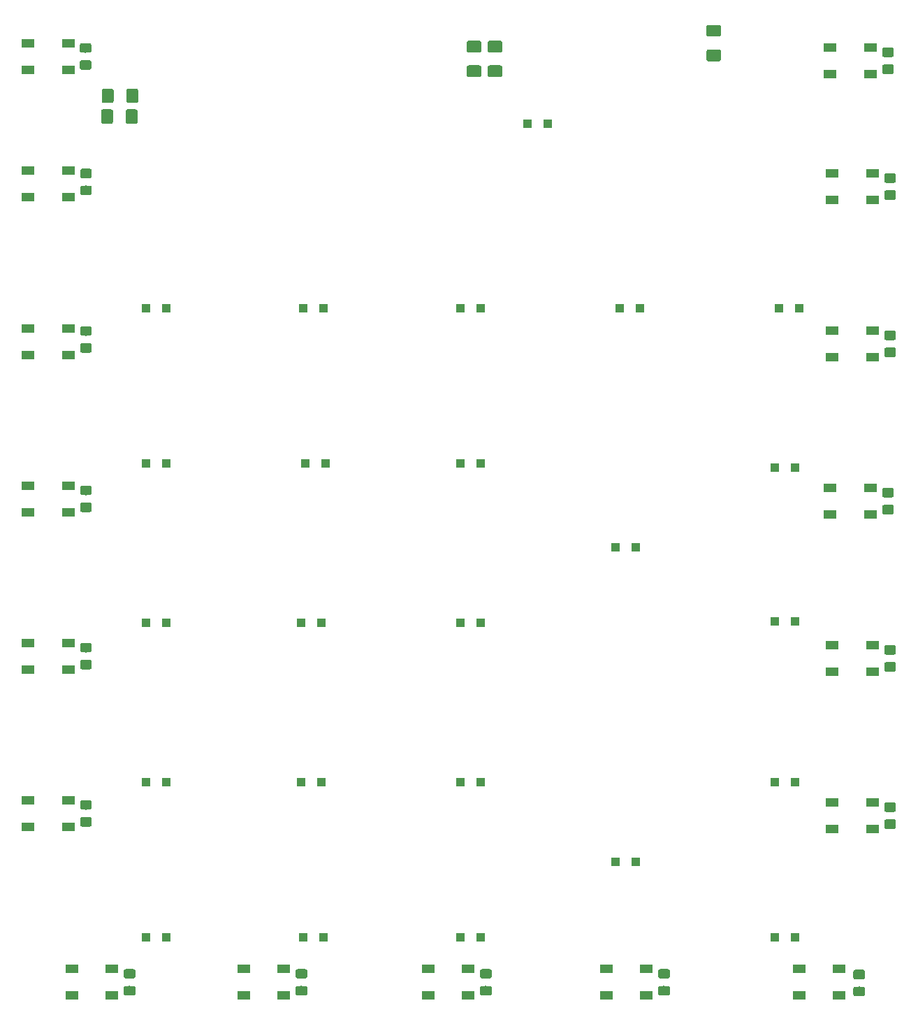
<source format=gbr>
%TF.GenerationSoftware,KiCad,Pcbnew,(5.1.0)-1*%
%TF.CreationDate,2020-09-20T18:29:26-04:00*%
%TF.ProjectId,BadgersHollowSchematic,42616467-6572-4734-986f-6c6c6f775363,rev?*%
%TF.SameCoordinates,Original*%
%TF.FileFunction,Paste,Bot*%
%TF.FilePolarity,Positive*%
%FSLAX46Y46*%
G04 Gerber Fmt 4.6, Leading zero omitted, Abs format (unit mm)*
G04 Created by KiCad (PCBNEW (5.1.0)-1) date 2020-09-20 18:29:26*
%MOMM*%
%LPD*%
G04 APERTURE LIST*
%ADD10C,0.100000*%
%ADD11C,1.425000*%
%ADD12R,1.500000X1.000000*%
%ADD13R,1.000000X1.000000*%
%ADD14C,1.150000*%
G04 APERTURE END LIST*
D10*
%TO.C,R3*%
G36*
X42797384Y-37891684D02*
G01*
X42821653Y-37895284D01*
X42845451Y-37901245D01*
X42868551Y-37909510D01*
X42890729Y-37920000D01*
X42911773Y-37932613D01*
X42931478Y-37947227D01*
X42949657Y-37963703D01*
X42966133Y-37981882D01*
X42980747Y-38001587D01*
X42993360Y-38022631D01*
X43003850Y-38044809D01*
X43012115Y-38067909D01*
X43018076Y-38091707D01*
X43021676Y-38115976D01*
X43022880Y-38140480D01*
X43022880Y-39390480D01*
X43021676Y-39414984D01*
X43018076Y-39439253D01*
X43012115Y-39463051D01*
X43003850Y-39486151D01*
X42993360Y-39508329D01*
X42980747Y-39529373D01*
X42966133Y-39549078D01*
X42949657Y-39567257D01*
X42931478Y-39583733D01*
X42911773Y-39598347D01*
X42890729Y-39610960D01*
X42868551Y-39621450D01*
X42845451Y-39629715D01*
X42821653Y-39635676D01*
X42797384Y-39639276D01*
X42772880Y-39640480D01*
X41847880Y-39640480D01*
X41823376Y-39639276D01*
X41799107Y-39635676D01*
X41775309Y-39629715D01*
X41752209Y-39621450D01*
X41730031Y-39610960D01*
X41708987Y-39598347D01*
X41689282Y-39583733D01*
X41671103Y-39567257D01*
X41654627Y-39549078D01*
X41640013Y-39529373D01*
X41627400Y-39508329D01*
X41616910Y-39486151D01*
X41608645Y-39463051D01*
X41602684Y-39439253D01*
X41599084Y-39414984D01*
X41597880Y-39390480D01*
X41597880Y-38140480D01*
X41599084Y-38115976D01*
X41602684Y-38091707D01*
X41608645Y-38067909D01*
X41616910Y-38044809D01*
X41627400Y-38022631D01*
X41640013Y-38001587D01*
X41654627Y-37981882D01*
X41671103Y-37963703D01*
X41689282Y-37947227D01*
X41708987Y-37932613D01*
X41730031Y-37920000D01*
X41752209Y-37909510D01*
X41775309Y-37901245D01*
X41799107Y-37895284D01*
X41823376Y-37891684D01*
X41847880Y-37890480D01*
X42772880Y-37890480D01*
X42797384Y-37891684D01*
X42797384Y-37891684D01*
G37*
D11*
X42310380Y-38765480D03*
D10*
G36*
X39822384Y-37891684D02*
G01*
X39846653Y-37895284D01*
X39870451Y-37901245D01*
X39893551Y-37909510D01*
X39915729Y-37920000D01*
X39936773Y-37932613D01*
X39956478Y-37947227D01*
X39974657Y-37963703D01*
X39991133Y-37981882D01*
X40005747Y-38001587D01*
X40018360Y-38022631D01*
X40028850Y-38044809D01*
X40037115Y-38067909D01*
X40043076Y-38091707D01*
X40046676Y-38115976D01*
X40047880Y-38140480D01*
X40047880Y-39390480D01*
X40046676Y-39414984D01*
X40043076Y-39439253D01*
X40037115Y-39463051D01*
X40028850Y-39486151D01*
X40018360Y-39508329D01*
X40005747Y-39529373D01*
X39991133Y-39549078D01*
X39974657Y-39567257D01*
X39956478Y-39583733D01*
X39936773Y-39598347D01*
X39915729Y-39610960D01*
X39893551Y-39621450D01*
X39870451Y-39629715D01*
X39846653Y-39635676D01*
X39822384Y-39639276D01*
X39797880Y-39640480D01*
X38872880Y-39640480D01*
X38848376Y-39639276D01*
X38824107Y-39635676D01*
X38800309Y-39629715D01*
X38777209Y-39621450D01*
X38755031Y-39610960D01*
X38733987Y-39598347D01*
X38714282Y-39583733D01*
X38696103Y-39567257D01*
X38679627Y-39549078D01*
X38665013Y-39529373D01*
X38652400Y-39508329D01*
X38641910Y-39486151D01*
X38633645Y-39463051D01*
X38627684Y-39439253D01*
X38624084Y-39414984D01*
X38622880Y-39390480D01*
X38622880Y-38140480D01*
X38624084Y-38115976D01*
X38627684Y-38091707D01*
X38633645Y-38067909D01*
X38641910Y-38044809D01*
X38652400Y-38022631D01*
X38665013Y-38001587D01*
X38679627Y-37981882D01*
X38696103Y-37963703D01*
X38714282Y-37947227D01*
X38733987Y-37932613D01*
X38755031Y-37920000D01*
X38777209Y-37909510D01*
X38800309Y-37901245D01*
X38824107Y-37895284D01*
X38848376Y-37891684D01*
X38872880Y-37890480D01*
X39797880Y-37890480D01*
X39822384Y-37891684D01*
X39822384Y-37891684D01*
G37*
D11*
X39335380Y-38765480D03*
%TD*%
D10*
%TO.C,R2*%
G36*
X42720244Y-40396124D02*
G01*
X42744513Y-40399724D01*
X42768311Y-40405685D01*
X42791411Y-40413950D01*
X42813589Y-40424440D01*
X42834633Y-40437053D01*
X42854338Y-40451667D01*
X42872517Y-40468143D01*
X42888993Y-40486322D01*
X42903607Y-40506027D01*
X42916220Y-40527071D01*
X42926710Y-40549249D01*
X42934975Y-40572349D01*
X42940936Y-40596147D01*
X42944536Y-40620416D01*
X42945740Y-40644920D01*
X42945740Y-41894920D01*
X42944536Y-41919424D01*
X42940936Y-41943693D01*
X42934975Y-41967491D01*
X42926710Y-41990591D01*
X42916220Y-42012769D01*
X42903607Y-42033813D01*
X42888993Y-42053518D01*
X42872517Y-42071697D01*
X42854338Y-42088173D01*
X42834633Y-42102787D01*
X42813589Y-42115400D01*
X42791411Y-42125890D01*
X42768311Y-42134155D01*
X42744513Y-42140116D01*
X42720244Y-42143716D01*
X42695740Y-42144920D01*
X41770740Y-42144920D01*
X41746236Y-42143716D01*
X41721967Y-42140116D01*
X41698169Y-42134155D01*
X41675069Y-42125890D01*
X41652891Y-42115400D01*
X41631847Y-42102787D01*
X41612142Y-42088173D01*
X41593963Y-42071697D01*
X41577487Y-42053518D01*
X41562873Y-42033813D01*
X41550260Y-42012769D01*
X41539770Y-41990591D01*
X41531505Y-41967491D01*
X41525544Y-41943693D01*
X41521944Y-41919424D01*
X41520740Y-41894920D01*
X41520740Y-40644920D01*
X41521944Y-40620416D01*
X41525544Y-40596147D01*
X41531505Y-40572349D01*
X41539770Y-40549249D01*
X41550260Y-40527071D01*
X41562873Y-40506027D01*
X41577487Y-40486322D01*
X41593963Y-40468143D01*
X41612142Y-40451667D01*
X41631847Y-40437053D01*
X41652891Y-40424440D01*
X41675069Y-40413950D01*
X41698169Y-40405685D01*
X41721967Y-40399724D01*
X41746236Y-40396124D01*
X41770740Y-40394920D01*
X42695740Y-40394920D01*
X42720244Y-40396124D01*
X42720244Y-40396124D01*
G37*
D11*
X42233240Y-41269920D03*
D10*
G36*
X39745244Y-40396124D02*
G01*
X39769513Y-40399724D01*
X39793311Y-40405685D01*
X39816411Y-40413950D01*
X39838589Y-40424440D01*
X39859633Y-40437053D01*
X39879338Y-40451667D01*
X39897517Y-40468143D01*
X39913993Y-40486322D01*
X39928607Y-40506027D01*
X39941220Y-40527071D01*
X39951710Y-40549249D01*
X39959975Y-40572349D01*
X39965936Y-40596147D01*
X39969536Y-40620416D01*
X39970740Y-40644920D01*
X39970740Y-41894920D01*
X39969536Y-41919424D01*
X39965936Y-41943693D01*
X39959975Y-41967491D01*
X39951710Y-41990591D01*
X39941220Y-42012769D01*
X39928607Y-42033813D01*
X39913993Y-42053518D01*
X39897517Y-42071697D01*
X39879338Y-42088173D01*
X39859633Y-42102787D01*
X39838589Y-42115400D01*
X39816411Y-42125890D01*
X39793311Y-42134155D01*
X39769513Y-42140116D01*
X39745244Y-42143716D01*
X39720740Y-42144920D01*
X38795740Y-42144920D01*
X38771236Y-42143716D01*
X38746967Y-42140116D01*
X38723169Y-42134155D01*
X38700069Y-42125890D01*
X38677891Y-42115400D01*
X38656847Y-42102787D01*
X38637142Y-42088173D01*
X38618963Y-42071697D01*
X38602487Y-42053518D01*
X38587873Y-42033813D01*
X38575260Y-42012769D01*
X38564770Y-41990591D01*
X38556505Y-41967491D01*
X38550544Y-41943693D01*
X38546944Y-41919424D01*
X38545740Y-41894920D01*
X38545740Y-40644920D01*
X38546944Y-40620416D01*
X38550544Y-40596147D01*
X38556505Y-40572349D01*
X38564770Y-40549249D01*
X38575260Y-40527071D01*
X38587873Y-40506027D01*
X38602487Y-40486322D01*
X38618963Y-40468143D01*
X38637142Y-40451667D01*
X38656847Y-40437053D01*
X38677891Y-40424440D01*
X38700069Y-40413950D01*
X38723169Y-40405685D01*
X38746967Y-40399724D01*
X38771236Y-40396124D01*
X38795740Y-40394920D01*
X39720740Y-40394920D01*
X39745244Y-40396124D01*
X39745244Y-40396124D01*
G37*
D11*
X39258240Y-41269920D03*
%TD*%
D10*
%TO.C,R1*%
G36*
X113430584Y-33145964D02*
G01*
X113454853Y-33149564D01*
X113478651Y-33155525D01*
X113501751Y-33163790D01*
X113523929Y-33174280D01*
X113544973Y-33186893D01*
X113564678Y-33201507D01*
X113582857Y-33217983D01*
X113599333Y-33236162D01*
X113613947Y-33255867D01*
X113626560Y-33276911D01*
X113637050Y-33299089D01*
X113645315Y-33322189D01*
X113651276Y-33345987D01*
X113654876Y-33370256D01*
X113656080Y-33394760D01*
X113656080Y-34319760D01*
X113654876Y-34344264D01*
X113651276Y-34368533D01*
X113645315Y-34392331D01*
X113637050Y-34415431D01*
X113626560Y-34437609D01*
X113613947Y-34458653D01*
X113599333Y-34478358D01*
X113582857Y-34496537D01*
X113564678Y-34513013D01*
X113544973Y-34527627D01*
X113523929Y-34540240D01*
X113501751Y-34550730D01*
X113478651Y-34558995D01*
X113454853Y-34564956D01*
X113430584Y-34568556D01*
X113406080Y-34569760D01*
X112156080Y-34569760D01*
X112131576Y-34568556D01*
X112107307Y-34564956D01*
X112083509Y-34558995D01*
X112060409Y-34550730D01*
X112038231Y-34540240D01*
X112017187Y-34527627D01*
X111997482Y-34513013D01*
X111979303Y-34496537D01*
X111962827Y-34478358D01*
X111948213Y-34458653D01*
X111935600Y-34437609D01*
X111925110Y-34415431D01*
X111916845Y-34392331D01*
X111910884Y-34368533D01*
X111907284Y-34344264D01*
X111906080Y-34319760D01*
X111906080Y-33394760D01*
X111907284Y-33370256D01*
X111910884Y-33345987D01*
X111916845Y-33322189D01*
X111925110Y-33299089D01*
X111935600Y-33276911D01*
X111948213Y-33255867D01*
X111962827Y-33236162D01*
X111979303Y-33217983D01*
X111997482Y-33201507D01*
X112017187Y-33186893D01*
X112038231Y-33174280D01*
X112060409Y-33163790D01*
X112083509Y-33155525D01*
X112107307Y-33149564D01*
X112131576Y-33145964D01*
X112156080Y-33144760D01*
X113406080Y-33144760D01*
X113430584Y-33145964D01*
X113430584Y-33145964D01*
G37*
D11*
X112781080Y-33857260D03*
D10*
G36*
X113430584Y-30170964D02*
G01*
X113454853Y-30174564D01*
X113478651Y-30180525D01*
X113501751Y-30188790D01*
X113523929Y-30199280D01*
X113544973Y-30211893D01*
X113564678Y-30226507D01*
X113582857Y-30242983D01*
X113599333Y-30261162D01*
X113613947Y-30280867D01*
X113626560Y-30301911D01*
X113637050Y-30324089D01*
X113645315Y-30347189D01*
X113651276Y-30370987D01*
X113654876Y-30395256D01*
X113656080Y-30419760D01*
X113656080Y-31344760D01*
X113654876Y-31369264D01*
X113651276Y-31393533D01*
X113645315Y-31417331D01*
X113637050Y-31440431D01*
X113626560Y-31462609D01*
X113613947Y-31483653D01*
X113599333Y-31503358D01*
X113582857Y-31521537D01*
X113564678Y-31538013D01*
X113544973Y-31552627D01*
X113523929Y-31565240D01*
X113501751Y-31575730D01*
X113478651Y-31583995D01*
X113454853Y-31589956D01*
X113430584Y-31593556D01*
X113406080Y-31594760D01*
X112156080Y-31594760D01*
X112131576Y-31593556D01*
X112107307Y-31589956D01*
X112083509Y-31583995D01*
X112060409Y-31575730D01*
X112038231Y-31565240D01*
X112017187Y-31552627D01*
X111997482Y-31538013D01*
X111979303Y-31521537D01*
X111962827Y-31503358D01*
X111948213Y-31483653D01*
X111935600Y-31462609D01*
X111925110Y-31440431D01*
X111916845Y-31417331D01*
X111910884Y-31393533D01*
X111907284Y-31369264D01*
X111906080Y-31344760D01*
X111906080Y-30419760D01*
X111907284Y-30395256D01*
X111910884Y-30370987D01*
X111916845Y-30347189D01*
X111925110Y-30324089D01*
X111935600Y-30301911D01*
X111948213Y-30280867D01*
X111962827Y-30261162D01*
X111979303Y-30242983D01*
X111997482Y-30226507D01*
X112017187Y-30211893D01*
X112038231Y-30199280D01*
X112060409Y-30188790D01*
X112083509Y-30180525D01*
X112107307Y-30174564D01*
X112131576Y-30170964D01*
X112156080Y-30169760D01*
X113406080Y-30169760D01*
X113430584Y-30170964D01*
X113430584Y-30170964D01*
G37*
D11*
X112781080Y-30882260D03*
%TD*%
D12*
%TO.C,D45*%
X131781720Y-32913520D03*
X131781720Y-36113520D03*
X126881720Y-32913520D03*
X126881720Y-36113520D03*
%TD*%
%TO.C,D44*%
X132035720Y-48153520D03*
X132035720Y-51353520D03*
X127135720Y-48153520D03*
X127135720Y-51353520D03*
%TD*%
%TO.C,D43*%
X132035720Y-67203520D03*
X132035720Y-70403520D03*
X127135720Y-67203520D03*
X127135720Y-70403520D03*
%TD*%
%TO.C,D42*%
X131781720Y-86253520D03*
X131781720Y-89453520D03*
X126881720Y-86253520D03*
X126881720Y-89453520D03*
%TD*%
%TO.C,D41*%
X132035720Y-105303520D03*
X132035720Y-108503520D03*
X127135720Y-105303520D03*
X127135720Y-108503520D03*
%TD*%
%TO.C,D40*%
X132035720Y-124353520D03*
X132035720Y-127553520D03*
X127135720Y-124353520D03*
X127135720Y-127553520D03*
%TD*%
%TO.C,D39*%
X128007280Y-144536360D03*
X128007280Y-147736360D03*
X123107280Y-144536360D03*
X123107280Y-147736360D03*
%TD*%
%TO.C,D38*%
X104639280Y-144536360D03*
X104639280Y-147736360D03*
X99739280Y-144536360D03*
X99739280Y-147736360D03*
%TD*%
%TO.C,D37*%
X83049280Y-144536360D03*
X83049280Y-147736360D03*
X78149280Y-144536360D03*
X78149280Y-147736360D03*
%TD*%
%TO.C,D36*%
X60697280Y-144536360D03*
X60697280Y-147736360D03*
X55797280Y-144536360D03*
X55797280Y-147736360D03*
%TD*%
%TO.C,D35*%
X39869280Y-144536360D03*
X39869280Y-147736360D03*
X34969280Y-144536360D03*
X34969280Y-147736360D03*
%TD*%
%TO.C,D34*%
X34586080Y-124074120D03*
X34586080Y-127274120D03*
X29686080Y-124074120D03*
X29686080Y-127274120D03*
%TD*%
%TO.C,D33*%
X34586080Y-105024120D03*
X34586080Y-108224120D03*
X29686080Y-105024120D03*
X29686080Y-108224120D03*
%TD*%
%TO.C,D32*%
X34586080Y-85974120D03*
X34586080Y-89174120D03*
X29686080Y-85974120D03*
X29686080Y-89174120D03*
%TD*%
%TO.C,D31*%
X34586080Y-66924120D03*
X34586080Y-70124120D03*
X29686080Y-66924120D03*
X29686080Y-70124120D03*
%TD*%
%TO.C,D30*%
X34586080Y-47798120D03*
X34586080Y-50998120D03*
X29686080Y-47798120D03*
X29686080Y-50998120D03*
%TD*%
%TO.C,D29*%
X34586080Y-32380120D03*
X34586080Y-35580120D03*
X29686080Y-32380120D03*
X29686080Y-35580120D03*
%TD*%
D13*
%TO.C,D28*%
X92690000Y-42164000D03*
X90190000Y-42164000D03*
%TD*%
%TO.C,D27*%
X122662000Y-140716000D03*
X120162000Y-140716000D03*
%TD*%
%TO.C,D26*%
X84562000Y-140716000D03*
X82062000Y-140716000D03*
%TD*%
%TO.C,D25*%
X65492000Y-140716000D03*
X62992000Y-140716000D03*
%TD*%
%TO.C,D24*%
X46462000Y-140716000D03*
X43962000Y-140716000D03*
%TD*%
%TO.C,D23*%
X122662000Y-121920000D03*
X120162000Y-121920000D03*
%TD*%
%TO.C,D22*%
X103358000Y-131572000D03*
X100858000Y-131572000D03*
%TD*%
%TO.C,D21*%
X84562000Y-121920000D03*
X82062000Y-121920000D03*
%TD*%
%TO.C,D20*%
X65258000Y-121920000D03*
X62758000Y-121920000D03*
%TD*%
%TO.C,D19*%
X46462000Y-121920000D03*
X43962000Y-121920000D03*
%TD*%
%TO.C,D18*%
X122662000Y-102404000D03*
X120162000Y-102404000D03*
%TD*%
%TO.C,D16*%
X84562000Y-102616000D03*
X82062000Y-102616000D03*
%TD*%
%TO.C,D15*%
X65258000Y-102616000D03*
X62758000Y-102616000D03*
%TD*%
%TO.C,D14*%
X46462000Y-102616000D03*
X43962000Y-102616000D03*
%TD*%
%TO.C,D13*%
X122662000Y-83820000D03*
X120162000Y-83820000D03*
%TD*%
%TO.C,D12*%
X103358000Y-93472000D03*
X100858000Y-93472000D03*
%TD*%
%TO.C,D11*%
X84562000Y-83312000D03*
X82062000Y-83312000D03*
%TD*%
%TO.C,D10*%
X65766000Y-83312000D03*
X63266000Y-83312000D03*
%TD*%
%TO.C,D9*%
X46462000Y-83312000D03*
X43962000Y-83312000D03*
%TD*%
%TO.C,D8*%
X123170000Y-64516000D03*
X120670000Y-64516000D03*
%TD*%
%TO.C,D7*%
X103866000Y-64516000D03*
X101366000Y-64516000D03*
%TD*%
%TO.C,D6*%
X84562000Y-64516000D03*
X82062000Y-64516000D03*
%TD*%
%TO.C,D5*%
X65492000Y-64516000D03*
X62992000Y-64516000D03*
%TD*%
%TO.C,D4*%
X46462000Y-64516000D03*
X43962000Y-64516000D03*
%TD*%
D10*
%TO.C,C27*%
G36*
X134632225Y-50204724D02*
G01*
X134656493Y-50208324D01*
X134680292Y-50214285D01*
X134703391Y-50222550D01*
X134725570Y-50233040D01*
X134746613Y-50245652D01*
X134766319Y-50260267D01*
X134784497Y-50276743D01*
X134800973Y-50294921D01*
X134815588Y-50314627D01*
X134828200Y-50335670D01*
X134838690Y-50357849D01*
X134846955Y-50380948D01*
X134852916Y-50404747D01*
X134856516Y-50429015D01*
X134857720Y-50453519D01*
X134857720Y-51103521D01*
X134856516Y-51128025D01*
X134852916Y-51152293D01*
X134846955Y-51176092D01*
X134838690Y-51199191D01*
X134828200Y-51221370D01*
X134815588Y-51242413D01*
X134800973Y-51262119D01*
X134784497Y-51280297D01*
X134766319Y-51296773D01*
X134746613Y-51311388D01*
X134725570Y-51324000D01*
X134703391Y-51334490D01*
X134680292Y-51342755D01*
X134656493Y-51348716D01*
X134632225Y-51352316D01*
X134607721Y-51353520D01*
X133707719Y-51353520D01*
X133683215Y-51352316D01*
X133658947Y-51348716D01*
X133635148Y-51342755D01*
X133612049Y-51334490D01*
X133589870Y-51324000D01*
X133568827Y-51311388D01*
X133549121Y-51296773D01*
X133530943Y-51280297D01*
X133514467Y-51262119D01*
X133499852Y-51242413D01*
X133487240Y-51221370D01*
X133476750Y-51199191D01*
X133468485Y-51176092D01*
X133462524Y-51152293D01*
X133458924Y-51128025D01*
X133457720Y-51103521D01*
X133457720Y-50453519D01*
X133458924Y-50429015D01*
X133462524Y-50404747D01*
X133468485Y-50380948D01*
X133476750Y-50357849D01*
X133487240Y-50335670D01*
X133499852Y-50314627D01*
X133514467Y-50294921D01*
X133530943Y-50276743D01*
X133549121Y-50260267D01*
X133568827Y-50245652D01*
X133589870Y-50233040D01*
X133612049Y-50222550D01*
X133635148Y-50214285D01*
X133658947Y-50208324D01*
X133683215Y-50204724D01*
X133707719Y-50203520D01*
X134607721Y-50203520D01*
X134632225Y-50204724D01*
X134632225Y-50204724D01*
G37*
D14*
X134157720Y-50778520D03*
D10*
G36*
X134632225Y-48154724D02*
G01*
X134656493Y-48158324D01*
X134680292Y-48164285D01*
X134703391Y-48172550D01*
X134725570Y-48183040D01*
X134746613Y-48195652D01*
X134766319Y-48210267D01*
X134784497Y-48226743D01*
X134800973Y-48244921D01*
X134815588Y-48264627D01*
X134828200Y-48285670D01*
X134838690Y-48307849D01*
X134846955Y-48330948D01*
X134852916Y-48354747D01*
X134856516Y-48379015D01*
X134857720Y-48403519D01*
X134857720Y-49053521D01*
X134856516Y-49078025D01*
X134852916Y-49102293D01*
X134846955Y-49126092D01*
X134838690Y-49149191D01*
X134828200Y-49171370D01*
X134815588Y-49192413D01*
X134800973Y-49212119D01*
X134784497Y-49230297D01*
X134766319Y-49246773D01*
X134746613Y-49261388D01*
X134725570Y-49274000D01*
X134703391Y-49284490D01*
X134680292Y-49292755D01*
X134656493Y-49298716D01*
X134632225Y-49302316D01*
X134607721Y-49303520D01*
X133707719Y-49303520D01*
X133683215Y-49302316D01*
X133658947Y-49298716D01*
X133635148Y-49292755D01*
X133612049Y-49284490D01*
X133589870Y-49274000D01*
X133568827Y-49261388D01*
X133549121Y-49246773D01*
X133530943Y-49230297D01*
X133514467Y-49212119D01*
X133499852Y-49192413D01*
X133487240Y-49171370D01*
X133476750Y-49149191D01*
X133468485Y-49126092D01*
X133462524Y-49102293D01*
X133458924Y-49078025D01*
X133457720Y-49053521D01*
X133457720Y-48403519D01*
X133458924Y-48379015D01*
X133462524Y-48354747D01*
X133468485Y-48330948D01*
X133476750Y-48307849D01*
X133487240Y-48285670D01*
X133499852Y-48264627D01*
X133514467Y-48244921D01*
X133530943Y-48226743D01*
X133549121Y-48210267D01*
X133568827Y-48195652D01*
X133589870Y-48183040D01*
X133612049Y-48172550D01*
X133635148Y-48164285D01*
X133658947Y-48158324D01*
X133683215Y-48154724D01*
X133707719Y-48153520D01*
X134607721Y-48153520D01*
X134632225Y-48154724D01*
X134632225Y-48154724D01*
G37*
D14*
X134157720Y-48728520D03*
%TD*%
D10*
%TO.C,C26*%
G36*
X63293785Y-146587564D02*
G01*
X63318053Y-146591164D01*
X63341852Y-146597125D01*
X63364951Y-146605390D01*
X63387130Y-146615880D01*
X63408173Y-146628492D01*
X63427879Y-146643107D01*
X63446057Y-146659583D01*
X63462533Y-146677761D01*
X63477148Y-146697467D01*
X63489760Y-146718510D01*
X63500250Y-146740689D01*
X63508515Y-146763788D01*
X63514476Y-146787587D01*
X63518076Y-146811855D01*
X63519280Y-146836359D01*
X63519280Y-147486361D01*
X63518076Y-147510865D01*
X63514476Y-147535133D01*
X63508515Y-147558932D01*
X63500250Y-147582031D01*
X63489760Y-147604210D01*
X63477148Y-147625253D01*
X63462533Y-147644959D01*
X63446057Y-147663137D01*
X63427879Y-147679613D01*
X63408173Y-147694228D01*
X63387130Y-147706840D01*
X63364951Y-147717330D01*
X63341852Y-147725595D01*
X63318053Y-147731556D01*
X63293785Y-147735156D01*
X63269281Y-147736360D01*
X62369279Y-147736360D01*
X62344775Y-147735156D01*
X62320507Y-147731556D01*
X62296708Y-147725595D01*
X62273609Y-147717330D01*
X62251430Y-147706840D01*
X62230387Y-147694228D01*
X62210681Y-147679613D01*
X62192503Y-147663137D01*
X62176027Y-147644959D01*
X62161412Y-147625253D01*
X62148800Y-147604210D01*
X62138310Y-147582031D01*
X62130045Y-147558932D01*
X62124084Y-147535133D01*
X62120484Y-147510865D01*
X62119280Y-147486361D01*
X62119280Y-146836359D01*
X62120484Y-146811855D01*
X62124084Y-146787587D01*
X62130045Y-146763788D01*
X62138310Y-146740689D01*
X62148800Y-146718510D01*
X62161412Y-146697467D01*
X62176027Y-146677761D01*
X62192503Y-146659583D01*
X62210681Y-146643107D01*
X62230387Y-146628492D01*
X62251430Y-146615880D01*
X62273609Y-146605390D01*
X62296708Y-146597125D01*
X62320507Y-146591164D01*
X62344775Y-146587564D01*
X62369279Y-146586360D01*
X63269281Y-146586360D01*
X63293785Y-146587564D01*
X63293785Y-146587564D01*
G37*
D14*
X62819280Y-147161360D03*
D10*
G36*
X63293785Y-144537564D02*
G01*
X63318053Y-144541164D01*
X63341852Y-144547125D01*
X63364951Y-144555390D01*
X63387130Y-144565880D01*
X63408173Y-144578492D01*
X63427879Y-144593107D01*
X63446057Y-144609583D01*
X63462533Y-144627761D01*
X63477148Y-144647467D01*
X63489760Y-144668510D01*
X63500250Y-144690689D01*
X63508515Y-144713788D01*
X63514476Y-144737587D01*
X63518076Y-144761855D01*
X63519280Y-144786359D01*
X63519280Y-145436361D01*
X63518076Y-145460865D01*
X63514476Y-145485133D01*
X63508515Y-145508932D01*
X63500250Y-145532031D01*
X63489760Y-145554210D01*
X63477148Y-145575253D01*
X63462533Y-145594959D01*
X63446057Y-145613137D01*
X63427879Y-145629613D01*
X63408173Y-145644228D01*
X63387130Y-145656840D01*
X63364951Y-145667330D01*
X63341852Y-145675595D01*
X63318053Y-145681556D01*
X63293785Y-145685156D01*
X63269281Y-145686360D01*
X62369279Y-145686360D01*
X62344775Y-145685156D01*
X62320507Y-145681556D01*
X62296708Y-145675595D01*
X62273609Y-145667330D01*
X62251430Y-145656840D01*
X62230387Y-145644228D01*
X62210681Y-145629613D01*
X62192503Y-145613137D01*
X62176027Y-145594959D01*
X62161412Y-145575253D01*
X62148800Y-145554210D01*
X62138310Y-145532031D01*
X62130045Y-145508932D01*
X62124084Y-145485133D01*
X62120484Y-145460865D01*
X62119280Y-145436361D01*
X62119280Y-144786359D01*
X62120484Y-144761855D01*
X62124084Y-144737587D01*
X62130045Y-144713788D01*
X62138310Y-144690689D01*
X62148800Y-144668510D01*
X62161412Y-144647467D01*
X62176027Y-144627761D01*
X62192503Y-144609583D01*
X62210681Y-144593107D01*
X62230387Y-144578492D01*
X62251430Y-144565880D01*
X62273609Y-144555390D01*
X62296708Y-144547125D01*
X62320507Y-144541164D01*
X62344775Y-144537564D01*
X62369279Y-144536360D01*
X63269281Y-144536360D01*
X63293785Y-144537564D01*
X63293785Y-144537564D01*
G37*
D14*
X62819280Y-145111360D03*
%TD*%
D10*
%TO.C,C24*%
G36*
X134632225Y-69254724D02*
G01*
X134656493Y-69258324D01*
X134680292Y-69264285D01*
X134703391Y-69272550D01*
X134725570Y-69283040D01*
X134746613Y-69295652D01*
X134766319Y-69310267D01*
X134784497Y-69326743D01*
X134800973Y-69344921D01*
X134815588Y-69364627D01*
X134828200Y-69385670D01*
X134838690Y-69407849D01*
X134846955Y-69430948D01*
X134852916Y-69454747D01*
X134856516Y-69479015D01*
X134857720Y-69503519D01*
X134857720Y-70153521D01*
X134856516Y-70178025D01*
X134852916Y-70202293D01*
X134846955Y-70226092D01*
X134838690Y-70249191D01*
X134828200Y-70271370D01*
X134815588Y-70292413D01*
X134800973Y-70312119D01*
X134784497Y-70330297D01*
X134766319Y-70346773D01*
X134746613Y-70361388D01*
X134725570Y-70374000D01*
X134703391Y-70384490D01*
X134680292Y-70392755D01*
X134656493Y-70398716D01*
X134632225Y-70402316D01*
X134607721Y-70403520D01*
X133707719Y-70403520D01*
X133683215Y-70402316D01*
X133658947Y-70398716D01*
X133635148Y-70392755D01*
X133612049Y-70384490D01*
X133589870Y-70374000D01*
X133568827Y-70361388D01*
X133549121Y-70346773D01*
X133530943Y-70330297D01*
X133514467Y-70312119D01*
X133499852Y-70292413D01*
X133487240Y-70271370D01*
X133476750Y-70249191D01*
X133468485Y-70226092D01*
X133462524Y-70202293D01*
X133458924Y-70178025D01*
X133457720Y-70153521D01*
X133457720Y-69503519D01*
X133458924Y-69479015D01*
X133462524Y-69454747D01*
X133468485Y-69430948D01*
X133476750Y-69407849D01*
X133487240Y-69385670D01*
X133499852Y-69364627D01*
X133514467Y-69344921D01*
X133530943Y-69326743D01*
X133549121Y-69310267D01*
X133568827Y-69295652D01*
X133589870Y-69283040D01*
X133612049Y-69272550D01*
X133635148Y-69264285D01*
X133658947Y-69258324D01*
X133683215Y-69254724D01*
X133707719Y-69253520D01*
X134607721Y-69253520D01*
X134632225Y-69254724D01*
X134632225Y-69254724D01*
G37*
D14*
X134157720Y-69828520D03*
D10*
G36*
X134632225Y-67204724D02*
G01*
X134656493Y-67208324D01*
X134680292Y-67214285D01*
X134703391Y-67222550D01*
X134725570Y-67233040D01*
X134746613Y-67245652D01*
X134766319Y-67260267D01*
X134784497Y-67276743D01*
X134800973Y-67294921D01*
X134815588Y-67314627D01*
X134828200Y-67335670D01*
X134838690Y-67357849D01*
X134846955Y-67380948D01*
X134852916Y-67404747D01*
X134856516Y-67429015D01*
X134857720Y-67453519D01*
X134857720Y-68103521D01*
X134856516Y-68128025D01*
X134852916Y-68152293D01*
X134846955Y-68176092D01*
X134838690Y-68199191D01*
X134828200Y-68221370D01*
X134815588Y-68242413D01*
X134800973Y-68262119D01*
X134784497Y-68280297D01*
X134766319Y-68296773D01*
X134746613Y-68311388D01*
X134725570Y-68324000D01*
X134703391Y-68334490D01*
X134680292Y-68342755D01*
X134656493Y-68348716D01*
X134632225Y-68352316D01*
X134607721Y-68353520D01*
X133707719Y-68353520D01*
X133683215Y-68352316D01*
X133658947Y-68348716D01*
X133635148Y-68342755D01*
X133612049Y-68334490D01*
X133589870Y-68324000D01*
X133568827Y-68311388D01*
X133549121Y-68296773D01*
X133530943Y-68280297D01*
X133514467Y-68262119D01*
X133499852Y-68242413D01*
X133487240Y-68221370D01*
X133476750Y-68199191D01*
X133468485Y-68176092D01*
X133462524Y-68152293D01*
X133458924Y-68128025D01*
X133457720Y-68103521D01*
X133457720Y-67453519D01*
X133458924Y-67429015D01*
X133462524Y-67404747D01*
X133468485Y-67380948D01*
X133476750Y-67357849D01*
X133487240Y-67335670D01*
X133499852Y-67314627D01*
X133514467Y-67294921D01*
X133530943Y-67276743D01*
X133549121Y-67260267D01*
X133568827Y-67245652D01*
X133589870Y-67233040D01*
X133612049Y-67222550D01*
X133635148Y-67214285D01*
X133658947Y-67208324D01*
X133683215Y-67204724D01*
X133707719Y-67203520D01*
X134607721Y-67203520D01*
X134632225Y-67204724D01*
X134632225Y-67204724D01*
G37*
D14*
X134157720Y-67778520D03*
%TD*%
D10*
%TO.C,C23*%
G36*
X42465785Y-146587564D02*
G01*
X42490053Y-146591164D01*
X42513852Y-146597125D01*
X42536951Y-146605390D01*
X42559130Y-146615880D01*
X42580173Y-146628492D01*
X42599879Y-146643107D01*
X42618057Y-146659583D01*
X42634533Y-146677761D01*
X42649148Y-146697467D01*
X42661760Y-146718510D01*
X42672250Y-146740689D01*
X42680515Y-146763788D01*
X42686476Y-146787587D01*
X42690076Y-146811855D01*
X42691280Y-146836359D01*
X42691280Y-147486361D01*
X42690076Y-147510865D01*
X42686476Y-147535133D01*
X42680515Y-147558932D01*
X42672250Y-147582031D01*
X42661760Y-147604210D01*
X42649148Y-147625253D01*
X42634533Y-147644959D01*
X42618057Y-147663137D01*
X42599879Y-147679613D01*
X42580173Y-147694228D01*
X42559130Y-147706840D01*
X42536951Y-147717330D01*
X42513852Y-147725595D01*
X42490053Y-147731556D01*
X42465785Y-147735156D01*
X42441281Y-147736360D01*
X41541279Y-147736360D01*
X41516775Y-147735156D01*
X41492507Y-147731556D01*
X41468708Y-147725595D01*
X41445609Y-147717330D01*
X41423430Y-147706840D01*
X41402387Y-147694228D01*
X41382681Y-147679613D01*
X41364503Y-147663137D01*
X41348027Y-147644959D01*
X41333412Y-147625253D01*
X41320800Y-147604210D01*
X41310310Y-147582031D01*
X41302045Y-147558932D01*
X41296084Y-147535133D01*
X41292484Y-147510865D01*
X41291280Y-147486361D01*
X41291280Y-146836359D01*
X41292484Y-146811855D01*
X41296084Y-146787587D01*
X41302045Y-146763788D01*
X41310310Y-146740689D01*
X41320800Y-146718510D01*
X41333412Y-146697467D01*
X41348027Y-146677761D01*
X41364503Y-146659583D01*
X41382681Y-146643107D01*
X41402387Y-146628492D01*
X41423430Y-146615880D01*
X41445609Y-146605390D01*
X41468708Y-146597125D01*
X41492507Y-146591164D01*
X41516775Y-146587564D01*
X41541279Y-146586360D01*
X42441281Y-146586360D01*
X42465785Y-146587564D01*
X42465785Y-146587564D01*
G37*
D14*
X41991280Y-147161360D03*
D10*
G36*
X42465785Y-144537564D02*
G01*
X42490053Y-144541164D01*
X42513852Y-144547125D01*
X42536951Y-144555390D01*
X42559130Y-144565880D01*
X42580173Y-144578492D01*
X42599879Y-144593107D01*
X42618057Y-144609583D01*
X42634533Y-144627761D01*
X42649148Y-144647467D01*
X42661760Y-144668510D01*
X42672250Y-144690689D01*
X42680515Y-144713788D01*
X42686476Y-144737587D01*
X42690076Y-144761855D01*
X42691280Y-144786359D01*
X42691280Y-145436361D01*
X42690076Y-145460865D01*
X42686476Y-145485133D01*
X42680515Y-145508932D01*
X42672250Y-145532031D01*
X42661760Y-145554210D01*
X42649148Y-145575253D01*
X42634533Y-145594959D01*
X42618057Y-145613137D01*
X42599879Y-145629613D01*
X42580173Y-145644228D01*
X42559130Y-145656840D01*
X42536951Y-145667330D01*
X42513852Y-145675595D01*
X42490053Y-145681556D01*
X42465785Y-145685156D01*
X42441281Y-145686360D01*
X41541279Y-145686360D01*
X41516775Y-145685156D01*
X41492507Y-145681556D01*
X41468708Y-145675595D01*
X41445609Y-145667330D01*
X41423430Y-145656840D01*
X41402387Y-145644228D01*
X41382681Y-145629613D01*
X41364503Y-145613137D01*
X41348027Y-145594959D01*
X41333412Y-145575253D01*
X41320800Y-145554210D01*
X41310310Y-145532031D01*
X41302045Y-145508932D01*
X41296084Y-145485133D01*
X41292484Y-145460865D01*
X41291280Y-145436361D01*
X41291280Y-144786359D01*
X41292484Y-144761855D01*
X41296084Y-144737587D01*
X41302045Y-144713788D01*
X41310310Y-144690689D01*
X41320800Y-144668510D01*
X41333412Y-144647467D01*
X41348027Y-144627761D01*
X41364503Y-144609583D01*
X41382681Y-144593107D01*
X41402387Y-144578492D01*
X41423430Y-144565880D01*
X41445609Y-144555390D01*
X41468708Y-144547125D01*
X41492507Y-144541164D01*
X41516775Y-144537564D01*
X41541279Y-144536360D01*
X42441281Y-144536360D01*
X42465785Y-144537564D01*
X42465785Y-144537564D01*
G37*
D14*
X41991280Y-145111360D03*
%TD*%
D10*
%TO.C,C21*%
G36*
X134378225Y-88304724D02*
G01*
X134402493Y-88308324D01*
X134426292Y-88314285D01*
X134449391Y-88322550D01*
X134471570Y-88333040D01*
X134492613Y-88345652D01*
X134512319Y-88360267D01*
X134530497Y-88376743D01*
X134546973Y-88394921D01*
X134561588Y-88414627D01*
X134574200Y-88435670D01*
X134584690Y-88457849D01*
X134592955Y-88480948D01*
X134598916Y-88504747D01*
X134602516Y-88529015D01*
X134603720Y-88553519D01*
X134603720Y-89203521D01*
X134602516Y-89228025D01*
X134598916Y-89252293D01*
X134592955Y-89276092D01*
X134584690Y-89299191D01*
X134574200Y-89321370D01*
X134561588Y-89342413D01*
X134546973Y-89362119D01*
X134530497Y-89380297D01*
X134512319Y-89396773D01*
X134492613Y-89411388D01*
X134471570Y-89424000D01*
X134449391Y-89434490D01*
X134426292Y-89442755D01*
X134402493Y-89448716D01*
X134378225Y-89452316D01*
X134353721Y-89453520D01*
X133453719Y-89453520D01*
X133429215Y-89452316D01*
X133404947Y-89448716D01*
X133381148Y-89442755D01*
X133358049Y-89434490D01*
X133335870Y-89424000D01*
X133314827Y-89411388D01*
X133295121Y-89396773D01*
X133276943Y-89380297D01*
X133260467Y-89362119D01*
X133245852Y-89342413D01*
X133233240Y-89321370D01*
X133222750Y-89299191D01*
X133214485Y-89276092D01*
X133208524Y-89252293D01*
X133204924Y-89228025D01*
X133203720Y-89203521D01*
X133203720Y-88553519D01*
X133204924Y-88529015D01*
X133208524Y-88504747D01*
X133214485Y-88480948D01*
X133222750Y-88457849D01*
X133233240Y-88435670D01*
X133245852Y-88414627D01*
X133260467Y-88394921D01*
X133276943Y-88376743D01*
X133295121Y-88360267D01*
X133314827Y-88345652D01*
X133335870Y-88333040D01*
X133358049Y-88322550D01*
X133381148Y-88314285D01*
X133404947Y-88308324D01*
X133429215Y-88304724D01*
X133453719Y-88303520D01*
X134353721Y-88303520D01*
X134378225Y-88304724D01*
X134378225Y-88304724D01*
G37*
D14*
X133903720Y-88878520D03*
D10*
G36*
X134378225Y-86254724D02*
G01*
X134402493Y-86258324D01*
X134426292Y-86264285D01*
X134449391Y-86272550D01*
X134471570Y-86283040D01*
X134492613Y-86295652D01*
X134512319Y-86310267D01*
X134530497Y-86326743D01*
X134546973Y-86344921D01*
X134561588Y-86364627D01*
X134574200Y-86385670D01*
X134584690Y-86407849D01*
X134592955Y-86430948D01*
X134598916Y-86454747D01*
X134602516Y-86479015D01*
X134603720Y-86503519D01*
X134603720Y-87153521D01*
X134602516Y-87178025D01*
X134598916Y-87202293D01*
X134592955Y-87226092D01*
X134584690Y-87249191D01*
X134574200Y-87271370D01*
X134561588Y-87292413D01*
X134546973Y-87312119D01*
X134530497Y-87330297D01*
X134512319Y-87346773D01*
X134492613Y-87361388D01*
X134471570Y-87374000D01*
X134449391Y-87384490D01*
X134426292Y-87392755D01*
X134402493Y-87398716D01*
X134378225Y-87402316D01*
X134353721Y-87403520D01*
X133453719Y-87403520D01*
X133429215Y-87402316D01*
X133404947Y-87398716D01*
X133381148Y-87392755D01*
X133358049Y-87384490D01*
X133335870Y-87374000D01*
X133314827Y-87361388D01*
X133295121Y-87346773D01*
X133276943Y-87330297D01*
X133260467Y-87312119D01*
X133245852Y-87292413D01*
X133233240Y-87271370D01*
X133222750Y-87249191D01*
X133214485Y-87226092D01*
X133208524Y-87202293D01*
X133204924Y-87178025D01*
X133203720Y-87153521D01*
X133203720Y-86503519D01*
X133204924Y-86479015D01*
X133208524Y-86454747D01*
X133214485Y-86430948D01*
X133222750Y-86407849D01*
X133233240Y-86385670D01*
X133245852Y-86364627D01*
X133260467Y-86344921D01*
X133276943Y-86326743D01*
X133295121Y-86310267D01*
X133314827Y-86295652D01*
X133335870Y-86283040D01*
X133358049Y-86272550D01*
X133381148Y-86264285D01*
X133404947Y-86258324D01*
X133429215Y-86254724D01*
X133453719Y-86253520D01*
X134353721Y-86253520D01*
X134378225Y-86254724D01*
X134378225Y-86254724D01*
G37*
D14*
X133903720Y-86828520D03*
%TD*%
D10*
%TO.C,C20*%
G36*
X37182585Y-126125324D02*
G01*
X37206853Y-126128924D01*
X37230652Y-126134885D01*
X37253751Y-126143150D01*
X37275930Y-126153640D01*
X37296973Y-126166252D01*
X37316679Y-126180867D01*
X37334857Y-126197343D01*
X37351333Y-126215521D01*
X37365948Y-126235227D01*
X37378560Y-126256270D01*
X37389050Y-126278449D01*
X37397315Y-126301548D01*
X37403276Y-126325347D01*
X37406876Y-126349615D01*
X37408080Y-126374119D01*
X37408080Y-127024121D01*
X37406876Y-127048625D01*
X37403276Y-127072893D01*
X37397315Y-127096692D01*
X37389050Y-127119791D01*
X37378560Y-127141970D01*
X37365948Y-127163013D01*
X37351333Y-127182719D01*
X37334857Y-127200897D01*
X37316679Y-127217373D01*
X37296973Y-127231988D01*
X37275930Y-127244600D01*
X37253751Y-127255090D01*
X37230652Y-127263355D01*
X37206853Y-127269316D01*
X37182585Y-127272916D01*
X37158081Y-127274120D01*
X36258079Y-127274120D01*
X36233575Y-127272916D01*
X36209307Y-127269316D01*
X36185508Y-127263355D01*
X36162409Y-127255090D01*
X36140230Y-127244600D01*
X36119187Y-127231988D01*
X36099481Y-127217373D01*
X36081303Y-127200897D01*
X36064827Y-127182719D01*
X36050212Y-127163013D01*
X36037600Y-127141970D01*
X36027110Y-127119791D01*
X36018845Y-127096692D01*
X36012884Y-127072893D01*
X36009284Y-127048625D01*
X36008080Y-127024121D01*
X36008080Y-126374119D01*
X36009284Y-126349615D01*
X36012884Y-126325347D01*
X36018845Y-126301548D01*
X36027110Y-126278449D01*
X36037600Y-126256270D01*
X36050212Y-126235227D01*
X36064827Y-126215521D01*
X36081303Y-126197343D01*
X36099481Y-126180867D01*
X36119187Y-126166252D01*
X36140230Y-126153640D01*
X36162409Y-126143150D01*
X36185508Y-126134885D01*
X36209307Y-126128924D01*
X36233575Y-126125324D01*
X36258079Y-126124120D01*
X37158081Y-126124120D01*
X37182585Y-126125324D01*
X37182585Y-126125324D01*
G37*
D14*
X36708080Y-126699120D03*
D10*
G36*
X37182585Y-124075324D02*
G01*
X37206853Y-124078924D01*
X37230652Y-124084885D01*
X37253751Y-124093150D01*
X37275930Y-124103640D01*
X37296973Y-124116252D01*
X37316679Y-124130867D01*
X37334857Y-124147343D01*
X37351333Y-124165521D01*
X37365948Y-124185227D01*
X37378560Y-124206270D01*
X37389050Y-124228449D01*
X37397315Y-124251548D01*
X37403276Y-124275347D01*
X37406876Y-124299615D01*
X37408080Y-124324119D01*
X37408080Y-124974121D01*
X37406876Y-124998625D01*
X37403276Y-125022893D01*
X37397315Y-125046692D01*
X37389050Y-125069791D01*
X37378560Y-125091970D01*
X37365948Y-125113013D01*
X37351333Y-125132719D01*
X37334857Y-125150897D01*
X37316679Y-125167373D01*
X37296973Y-125181988D01*
X37275930Y-125194600D01*
X37253751Y-125205090D01*
X37230652Y-125213355D01*
X37206853Y-125219316D01*
X37182585Y-125222916D01*
X37158081Y-125224120D01*
X36258079Y-125224120D01*
X36233575Y-125222916D01*
X36209307Y-125219316D01*
X36185508Y-125213355D01*
X36162409Y-125205090D01*
X36140230Y-125194600D01*
X36119187Y-125181988D01*
X36099481Y-125167373D01*
X36081303Y-125150897D01*
X36064827Y-125132719D01*
X36050212Y-125113013D01*
X36037600Y-125091970D01*
X36027110Y-125069791D01*
X36018845Y-125046692D01*
X36012884Y-125022893D01*
X36009284Y-124998625D01*
X36008080Y-124974121D01*
X36008080Y-124324119D01*
X36009284Y-124299615D01*
X36012884Y-124275347D01*
X36018845Y-124251548D01*
X36027110Y-124228449D01*
X36037600Y-124206270D01*
X36050212Y-124185227D01*
X36064827Y-124165521D01*
X36081303Y-124147343D01*
X36099481Y-124130867D01*
X36119187Y-124116252D01*
X36140230Y-124103640D01*
X36162409Y-124093150D01*
X36185508Y-124084885D01*
X36209307Y-124078924D01*
X36233575Y-124075324D01*
X36258079Y-124074120D01*
X37158081Y-124074120D01*
X37182585Y-124075324D01*
X37182585Y-124075324D01*
G37*
D14*
X36708080Y-124649120D03*
%TD*%
D10*
%TO.C,C18*%
G36*
X134632225Y-107354724D02*
G01*
X134656493Y-107358324D01*
X134680292Y-107364285D01*
X134703391Y-107372550D01*
X134725570Y-107383040D01*
X134746613Y-107395652D01*
X134766319Y-107410267D01*
X134784497Y-107426743D01*
X134800973Y-107444921D01*
X134815588Y-107464627D01*
X134828200Y-107485670D01*
X134838690Y-107507849D01*
X134846955Y-107530948D01*
X134852916Y-107554747D01*
X134856516Y-107579015D01*
X134857720Y-107603519D01*
X134857720Y-108253521D01*
X134856516Y-108278025D01*
X134852916Y-108302293D01*
X134846955Y-108326092D01*
X134838690Y-108349191D01*
X134828200Y-108371370D01*
X134815588Y-108392413D01*
X134800973Y-108412119D01*
X134784497Y-108430297D01*
X134766319Y-108446773D01*
X134746613Y-108461388D01*
X134725570Y-108474000D01*
X134703391Y-108484490D01*
X134680292Y-108492755D01*
X134656493Y-108498716D01*
X134632225Y-108502316D01*
X134607721Y-108503520D01*
X133707719Y-108503520D01*
X133683215Y-108502316D01*
X133658947Y-108498716D01*
X133635148Y-108492755D01*
X133612049Y-108484490D01*
X133589870Y-108474000D01*
X133568827Y-108461388D01*
X133549121Y-108446773D01*
X133530943Y-108430297D01*
X133514467Y-108412119D01*
X133499852Y-108392413D01*
X133487240Y-108371370D01*
X133476750Y-108349191D01*
X133468485Y-108326092D01*
X133462524Y-108302293D01*
X133458924Y-108278025D01*
X133457720Y-108253521D01*
X133457720Y-107603519D01*
X133458924Y-107579015D01*
X133462524Y-107554747D01*
X133468485Y-107530948D01*
X133476750Y-107507849D01*
X133487240Y-107485670D01*
X133499852Y-107464627D01*
X133514467Y-107444921D01*
X133530943Y-107426743D01*
X133549121Y-107410267D01*
X133568827Y-107395652D01*
X133589870Y-107383040D01*
X133612049Y-107372550D01*
X133635148Y-107364285D01*
X133658947Y-107358324D01*
X133683215Y-107354724D01*
X133707719Y-107353520D01*
X134607721Y-107353520D01*
X134632225Y-107354724D01*
X134632225Y-107354724D01*
G37*
D14*
X134157720Y-107928520D03*
D10*
G36*
X134632225Y-105304724D02*
G01*
X134656493Y-105308324D01*
X134680292Y-105314285D01*
X134703391Y-105322550D01*
X134725570Y-105333040D01*
X134746613Y-105345652D01*
X134766319Y-105360267D01*
X134784497Y-105376743D01*
X134800973Y-105394921D01*
X134815588Y-105414627D01*
X134828200Y-105435670D01*
X134838690Y-105457849D01*
X134846955Y-105480948D01*
X134852916Y-105504747D01*
X134856516Y-105529015D01*
X134857720Y-105553519D01*
X134857720Y-106203521D01*
X134856516Y-106228025D01*
X134852916Y-106252293D01*
X134846955Y-106276092D01*
X134838690Y-106299191D01*
X134828200Y-106321370D01*
X134815588Y-106342413D01*
X134800973Y-106362119D01*
X134784497Y-106380297D01*
X134766319Y-106396773D01*
X134746613Y-106411388D01*
X134725570Y-106424000D01*
X134703391Y-106434490D01*
X134680292Y-106442755D01*
X134656493Y-106448716D01*
X134632225Y-106452316D01*
X134607721Y-106453520D01*
X133707719Y-106453520D01*
X133683215Y-106452316D01*
X133658947Y-106448716D01*
X133635148Y-106442755D01*
X133612049Y-106434490D01*
X133589870Y-106424000D01*
X133568827Y-106411388D01*
X133549121Y-106396773D01*
X133530943Y-106380297D01*
X133514467Y-106362119D01*
X133499852Y-106342413D01*
X133487240Y-106321370D01*
X133476750Y-106299191D01*
X133468485Y-106276092D01*
X133462524Y-106252293D01*
X133458924Y-106228025D01*
X133457720Y-106203521D01*
X133457720Y-105553519D01*
X133458924Y-105529015D01*
X133462524Y-105504747D01*
X133468485Y-105480948D01*
X133476750Y-105457849D01*
X133487240Y-105435670D01*
X133499852Y-105414627D01*
X133514467Y-105394921D01*
X133530943Y-105376743D01*
X133549121Y-105360267D01*
X133568827Y-105345652D01*
X133589870Y-105333040D01*
X133612049Y-105322550D01*
X133635148Y-105314285D01*
X133658947Y-105308324D01*
X133683215Y-105304724D01*
X133707719Y-105303520D01*
X134607721Y-105303520D01*
X134632225Y-105304724D01*
X134632225Y-105304724D01*
G37*
D14*
X134157720Y-105878520D03*
%TD*%
D10*
%TO.C,C17*%
G36*
X37182585Y-107075324D02*
G01*
X37206853Y-107078924D01*
X37230652Y-107084885D01*
X37253751Y-107093150D01*
X37275930Y-107103640D01*
X37296973Y-107116252D01*
X37316679Y-107130867D01*
X37334857Y-107147343D01*
X37351333Y-107165521D01*
X37365948Y-107185227D01*
X37378560Y-107206270D01*
X37389050Y-107228449D01*
X37397315Y-107251548D01*
X37403276Y-107275347D01*
X37406876Y-107299615D01*
X37408080Y-107324119D01*
X37408080Y-107974121D01*
X37406876Y-107998625D01*
X37403276Y-108022893D01*
X37397315Y-108046692D01*
X37389050Y-108069791D01*
X37378560Y-108091970D01*
X37365948Y-108113013D01*
X37351333Y-108132719D01*
X37334857Y-108150897D01*
X37316679Y-108167373D01*
X37296973Y-108181988D01*
X37275930Y-108194600D01*
X37253751Y-108205090D01*
X37230652Y-108213355D01*
X37206853Y-108219316D01*
X37182585Y-108222916D01*
X37158081Y-108224120D01*
X36258079Y-108224120D01*
X36233575Y-108222916D01*
X36209307Y-108219316D01*
X36185508Y-108213355D01*
X36162409Y-108205090D01*
X36140230Y-108194600D01*
X36119187Y-108181988D01*
X36099481Y-108167373D01*
X36081303Y-108150897D01*
X36064827Y-108132719D01*
X36050212Y-108113013D01*
X36037600Y-108091970D01*
X36027110Y-108069791D01*
X36018845Y-108046692D01*
X36012884Y-108022893D01*
X36009284Y-107998625D01*
X36008080Y-107974121D01*
X36008080Y-107324119D01*
X36009284Y-107299615D01*
X36012884Y-107275347D01*
X36018845Y-107251548D01*
X36027110Y-107228449D01*
X36037600Y-107206270D01*
X36050212Y-107185227D01*
X36064827Y-107165521D01*
X36081303Y-107147343D01*
X36099481Y-107130867D01*
X36119187Y-107116252D01*
X36140230Y-107103640D01*
X36162409Y-107093150D01*
X36185508Y-107084885D01*
X36209307Y-107078924D01*
X36233575Y-107075324D01*
X36258079Y-107074120D01*
X37158081Y-107074120D01*
X37182585Y-107075324D01*
X37182585Y-107075324D01*
G37*
D14*
X36708080Y-107649120D03*
D10*
G36*
X37182585Y-105025324D02*
G01*
X37206853Y-105028924D01*
X37230652Y-105034885D01*
X37253751Y-105043150D01*
X37275930Y-105053640D01*
X37296973Y-105066252D01*
X37316679Y-105080867D01*
X37334857Y-105097343D01*
X37351333Y-105115521D01*
X37365948Y-105135227D01*
X37378560Y-105156270D01*
X37389050Y-105178449D01*
X37397315Y-105201548D01*
X37403276Y-105225347D01*
X37406876Y-105249615D01*
X37408080Y-105274119D01*
X37408080Y-105924121D01*
X37406876Y-105948625D01*
X37403276Y-105972893D01*
X37397315Y-105996692D01*
X37389050Y-106019791D01*
X37378560Y-106041970D01*
X37365948Y-106063013D01*
X37351333Y-106082719D01*
X37334857Y-106100897D01*
X37316679Y-106117373D01*
X37296973Y-106131988D01*
X37275930Y-106144600D01*
X37253751Y-106155090D01*
X37230652Y-106163355D01*
X37206853Y-106169316D01*
X37182585Y-106172916D01*
X37158081Y-106174120D01*
X36258079Y-106174120D01*
X36233575Y-106172916D01*
X36209307Y-106169316D01*
X36185508Y-106163355D01*
X36162409Y-106155090D01*
X36140230Y-106144600D01*
X36119187Y-106131988D01*
X36099481Y-106117373D01*
X36081303Y-106100897D01*
X36064827Y-106082719D01*
X36050212Y-106063013D01*
X36037600Y-106041970D01*
X36027110Y-106019791D01*
X36018845Y-105996692D01*
X36012884Y-105972893D01*
X36009284Y-105948625D01*
X36008080Y-105924121D01*
X36008080Y-105274119D01*
X36009284Y-105249615D01*
X36012884Y-105225347D01*
X36018845Y-105201548D01*
X36027110Y-105178449D01*
X36037600Y-105156270D01*
X36050212Y-105135227D01*
X36064827Y-105115521D01*
X36081303Y-105097343D01*
X36099481Y-105080867D01*
X36119187Y-105066252D01*
X36140230Y-105053640D01*
X36162409Y-105043150D01*
X36185508Y-105034885D01*
X36209307Y-105028924D01*
X36233575Y-105025324D01*
X36258079Y-105024120D01*
X37158081Y-105024120D01*
X37182585Y-105025324D01*
X37182585Y-105025324D01*
G37*
D14*
X36708080Y-105599120D03*
%TD*%
D10*
%TO.C,C15*%
G36*
X134632225Y-126404724D02*
G01*
X134656493Y-126408324D01*
X134680292Y-126414285D01*
X134703391Y-126422550D01*
X134725570Y-126433040D01*
X134746613Y-126445652D01*
X134766319Y-126460267D01*
X134784497Y-126476743D01*
X134800973Y-126494921D01*
X134815588Y-126514627D01*
X134828200Y-126535670D01*
X134838690Y-126557849D01*
X134846955Y-126580948D01*
X134852916Y-126604747D01*
X134856516Y-126629015D01*
X134857720Y-126653519D01*
X134857720Y-127303521D01*
X134856516Y-127328025D01*
X134852916Y-127352293D01*
X134846955Y-127376092D01*
X134838690Y-127399191D01*
X134828200Y-127421370D01*
X134815588Y-127442413D01*
X134800973Y-127462119D01*
X134784497Y-127480297D01*
X134766319Y-127496773D01*
X134746613Y-127511388D01*
X134725570Y-127524000D01*
X134703391Y-127534490D01*
X134680292Y-127542755D01*
X134656493Y-127548716D01*
X134632225Y-127552316D01*
X134607721Y-127553520D01*
X133707719Y-127553520D01*
X133683215Y-127552316D01*
X133658947Y-127548716D01*
X133635148Y-127542755D01*
X133612049Y-127534490D01*
X133589870Y-127524000D01*
X133568827Y-127511388D01*
X133549121Y-127496773D01*
X133530943Y-127480297D01*
X133514467Y-127462119D01*
X133499852Y-127442413D01*
X133487240Y-127421370D01*
X133476750Y-127399191D01*
X133468485Y-127376092D01*
X133462524Y-127352293D01*
X133458924Y-127328025D01*
X133457720Y-127303521D01*
X133457720Y-126653519D01*
X133458924Y-126629015D01*
X133462524Y-126604747D01*
X133468485Y-126580948D01*
X133476750Y-126557849D01*
X133487240Y-126535670D01*
X133499852Y-126514627D01*
X133514467Y-126494921D01*
X133530943Y-126476743D01*
X133549121Y-126460267D01*
X133568827Y-126445652D01*
X133589870Y-126433040D01*
X133612049Y-126422550D01*
X133635148Y-126414285D01*
X133658947Y-126408324D01*
X133683215Y-126404724D01*
X133707719Y-126403520D01*
X134607721Y-126403520D01*
X134632225Y-126404724D01*
X134632225Y-126404724D01*
G37*
D14*
X134157720Y-126978520D03*
D10*
G36*
X134632225Y-124354724D02*
G01*
X134656493Y-124358324D01*
X134680292Y-124364285D01*
X134703391Y-124372550D01*
X134725570Y-124383040D01*
X134746613Y-124395652D01*
X134766319Y-124410267D01*
X134784497Y-124426743D01*
X134800973Y-124444921D01*
X134815588Y-124464627D01*
X134828200Y-124485670D01*
X134838690Y-124507849D01*
X134846955Y-124530948D01*
X134852916Y-124554747D01*
X134856516Y-124579015D01*
X134857720Y-124603519D01*
X134857720Y-125253521D01*
X134856516Y-125278025D01*
X134852916Y-125302293D01*
X134846955Y-125326092D01*
X134838690Y-125349191D01*
X134828200Y-125371370D01*
X134815588Y-125392413D01*
X134800973Y-125412119D01*
X134784497Y-125430297D01*
X134766319Y-125446773D01*
X134746613Y-125461388D01*
X134725570Y-125474000D01*
X134703391Y-125484490D01*
X134680292Y-125492755D01*
X134656493Y-125498716D01*
X134632225Y-125502316D01*
X134607721Y-125503520D01*
X133707719Y-125503520D01*
X133683215Y-125502316D01*
X133658947Y-125498716D01*
X133635148Y-125492755D01*
X133612049Y-125484490D01*
X133589870Y-125474000D01*
X133568827Y-125461388D01*
X133549121Y-125446773D01*
X133530943Y-125430297D01*
X133514467Y-125412119D01*
X133499852Y-125392413D01*
X133487240Y-125371370D01*
X133476750Y-125349191D01*
X133468485Y-125326092D01*
X133462524Y-125302293D01*
X133458924Y-125278025D01*
X133457720Y-125253521D01*
X133457720Y-124603519D01*
X133458924Y-124579015D01*
X133462524Y-124554747D01*
X133468485Y-124530948D01*
X133476750Y-124507849D01*
X133487240Y-124485670D01*
X133499852Y-124464627D01*
X133514467Y-124444921D01*
X133530943Y-124426743D01*
X133549121Y-124410267D01*
X133568827Y-124395652D01*
X133589870Y-124383040D01*
X133612049Y-124372550D01*
X133635148Y-124364285D01*
X133658947Y-124358324D01*
X133683215Y-124354724D01*
X133707719Y-124353520D01*
X134607721Y-124353520D01*
X134632225Y-124354724D01*
X134632225Y-124354724D01*
G37*
D14*
X134157720Y-124928520D03*
%TD*%
D10*
%TO.C,C14*%
G36*
X37182585Y-88025324D02*
G01*
X37206853Y-88028924D01*
X37230652Y-88034885D01*
X37253751Y-88043150D01*
X37275930Y-88053640D01*
X37296973Y-88066252D01*
X37316679Y-88080867D01*
X37334857Y-88097343D01*
X37351333Y-88115521D01*
X37365948Y-88135227D01*
X37378560Y-88156270D01*
X37389050Y-88178449D01*
X37397315Y-88201548D01*
X37403276Y-88225347D01*
X37406876Y-88249615D01*
X37408080Y-88274119D01*
X37408080Y-88924121D01*
X37406876Y-88948625D01*
X37403276Y-88972893D01*
X37397315Y-88996692D01*
X37389050Y-89019791D01*
X37378560Y-89041970D01*
X37365948Y-89063013D01*
X37351333Y-89082719D01*
X37334857Y-89100897D01*
X37316679Y-89117373D01*
X37296973Y-89131988D01*
X37275930Y-89144600D01*
X37253751Y-89155090D01*
X37230652Y-89163355D01*
X37206853Y-89169316D01*
X37182585Y-89172916D01*
X37158081Y-89174120D01*
X36258079Y-89174120D01*
X36233575Y-89172916D01*
X36209307Y-89169316D01*
X36185508Y-89163355D01*
X36162409Y-89155090D01*
X36140230Y-89144600D01*
X36119187Y-89131988D01*
X36099481Y-89117373D01*
X36081303Y-89100897D01*
X36064827Y-89082719D01*
X36050212Y-89063013D01*
X36037600Y-89041970D01*
X36027110Y-89019791D01*
X36018845Y-88996692D01*
X36012884Y-88972893D01*
X36009284Y-88948625D01*
X36008080Y-88924121D01*
X36008080Y-88274119D01*
X36009284Y-88249615D01*
X36012884Y-88225347D01*
X36018845Y-88201548D01*
X36027110Y-88178449D01*
X36037600Y-88156270D01*
X36050212Y-88135227D01*
X36064827Y-88115521D01*
X36081303Y-88097343D01*
X36099481Y-88080867D01*
X36119187Y-88066252D01*
X36140230Y-88053640D01*
X36162409Y-88043150D01*
X36185508Y-88034885D01*
X36209307Y-88028924D01*
X36233575Y-88025324D01*
X36258079Y-88024120D01*
X37158081Y-88024120D01*
X37182585Y-88025324D01*
X37182585Y-88025324D01*
G37*
D14*
X36708080Y-88599120D03*
D10*
G36*
X37182585Y-85975324D02*
G01*
X37206853Y-85978924D01*
X37230652Y-85984885D01*
X37253751Y-85993150D01*
X37275930Y-86003640D01*
X37296973Y-86016252D01*
X37316679Y-86030867D01*
X37334857Y-86047343D01*
X37351333Y-86065521D01*
X37365948Y-86085227D01*
X37378560Y-86106270D01*
X37389050Y-86128449D01*
X37397315Y-86151548D01*
X37403276Y-86175347D01*
X37406876Y-86199615D01*
X37408080Y-86224119D01*
X37408080Y-86874121D01*
X37406876Y-86898625D01*
X37403276Y-86922893D01*
X37397315Y-86946692D01*
X37389050Y-86969791D01*
X37378560Y-86991970D01*
X37365948Y-87013013D01*
X37351333Y-87032719D01*
X37334857Y-87050897D01*
X37316679Y-87067373D01*
X37296973Y-87081988D01*
X37275930Y-87094600D01*
X37253751Y-87105090D01*
X37230652Y-87113355D01*
X37206853Y-87119316D01*
X37182585Y-87122916D01*
X37158081Y-87124120D01*
X36258079Y-87124120D01*
X36233575Y-87122916D01*
X36209307Y-87119316D01*
X36185508Y-87113355D01*
X36162409Y-87105090D01*
X36140230Y-87094600D01*
X36119187Y-87081988D01*
X36099481Y-87067373D01*
X36081303Y-87050897D01*
X36064827Y-87032719D01*
X36050212Y-87013013D01*
X36037600Y-86991970D01*
X36027110Y-86969791D01*
X36018845Y-86946692D01*
X36012884Y-86922893D01*
X36009284Y-86898625D01*
X36008080Y-86874121D01*
X36008080Y-86224119D01*
X36009284Y-86199615D01*
X36012884Y-86175347D01*
X36018845Y-86151548D01*
X36027110Y-86128449D01*
X36037600Y-86106270D01*
X36050212Y-86085227D01*
X36064827Y-86065521D01*
X36081303Y-86047343D01*
X36099481Y-86030867D01*
X36119187Y-86016252D01*
X36140230Y-86003640D01*
X36162409Y-85993150D01*
X36185508Y-85984885D01*
X36209307Y-85978924D01*
X36233575Y-85975324D01*
X36258079Y-85974120D01*
X37158081Y-85974120D01*
X37182585Y-85975324D01*
X37182585Y-85975324D01*
G37*
D14*
X36708080Y-86549120D03*
%TD*%
D10*
%TO.C,C12*%
G36*
X130873025Y-146673924D02*
G01*
X130897293Y-146677524D01*
X130921092Y-146683485D01*
X130944191Y-146691750D01*
X130966370Y-146702240D01*
X130987413Y-146714852D01*
X131007119Y-146729467D01*
X131025297Y-146745943D01*
X131041773Y-146764121D01*
X131056388Y-146783827D01*
X131069000Y-146804870D01*
X131079490Y-146827049D01*
X131087755Y-146850148D01*
X131093716Y-146873947D01*
X131097316Y-146898215D01*
X131098520Y-146922719D01*
X131098520Y-147572721D01*
X131097316Y-147597225D01*
X131093716Y-147621493D01*
X131087755Y-147645292D01*
X131079490Y-147668391D01*
X131069000Y-147690570D01*
X131056388Y-147711613D01*
X131041773Y-147731319D01*
X131025297Y-147749497D01*
X131007119Y-147765973D01*
X130987413Y-147780588D01*
X130966370Y-147793200D01*
X130944191Y-147803690D01*
X130921092Y-147811955D01*
X130897293Y-147817916D01*
X130873025Y-147821516D01*
X130848521Y-147822720D01*
X129948519Y-147822720D01*
X129924015Y-147821516D01*
X129899747Y-147817916D01*
X129875948Y-147811955D01*
X129852849Y-147803690D01*
X129830670Y-147793200D01*
X129809627Y-147780588D01*
X129789921Y-147765973D01*
X129771743Y-147749497D01*
X129755267Y-147731319D01*
X129740652Y-147711613D01*
X129728040Y-147690570D01*
X129717550Y-147668391D01*
X129709285Y-147645292D01*
X129703324Y-147621493D01*
X129699724Y-147597225D01*
X129698520Y-147572721D01*
X129698520Y-146922719D01*
X129699724Y-146898215D01*
X129703324Y-146873947D01*
X129709285Y-146850148D01*
X129717550Y-146827049D01*
X129728040Y-146804870D01*
X129740652Y-146783827D01*
X129755267Y-146764121D01*
X129771743Y-146745943D01*
X129789921Y-146729467D01*
X129809627Y-146714852D01*
X129830670Y-146702240D01*
X129852849Y-146691750D01*
X129875948Y-146683485D01*
X129899747Y-146677524D01*
X129924015Y-146673924D01*
X129948519Y-146672720D01*
X130848521Y-146672720D01*
X130873025Y-146673924D01*
X130873025Y-146673924D01*
G37*
D14*
X130398520Y-147247720D03*
D10*
G36*
X130873025Y-144623924D02*
G01*
X130897293Y-144627524D01*
X130921092Y-144633485D01*
X130944191Y-144641750D01*
X130966370Y-144652240D01*
X130987413Y-144664852D01*
X131007119Y-144679467D01*
X131025297Y-144695943D01*
X131041773Y-144714121D01*
X131056388Y-144733827D01*
X131069000Y-144754870D01*
X131079490Y-144777049D01*
X131087755Y-144800148D01*
X131093716Y-144823947D01*
X131097316Y-144848215D01*
X131098520Y-144872719D01*
X131098520Y-145522721D01*
X131097316Y-145547225D01*
X131093716Y-145571493D01*
X131087755Y-145595292D01*
X131079490Y-145618391D01*
X131069000Y-145640570D01*
X131056388Y-145661613D01*
X131041773Y-145681319D01*
X131025297Y-145699497D01*
X131007119Y-145715973D01*
X130987413Y-145730588D01*
X130966370Y-145743200D01*
X130944191Y-145753690D01*
X130921092Y-145761955D01*
X130897293Y-145767916D01*
X130873025Y-145771516D01*
X130848521Y-145772720D01*
X129948519Y-145772720D01*
X129924015Y-145771516D01*
X129899747Y-145767916D01*
X129875948Y-145761955D01*
X129852849Y-145753690D01*
X129830670Y-145743200D01*
X129809627Y-145730588D01*
X129789921Y-145715973D01*
X129771743Y-145699497D01*
X129755267Y-145681319D01*
X129740652Y-145661613D01*
X129728040Y-145640570D01*
X129717550Y-145618391D01*
X129709285Y-145595292D01*
X129703324Y-145571493D01*
X129699724Y-145547225D01*
X129698520Y-145522721D01*
X129698520Y-144872719D01*
X129699724Y-144848215D01*
X129703324Y-144823947D01*
X129709285Y-144800148D01*
X129717550Y-144777049D01*
X129728040Y-144754870D01*
X129740652Y-144733827D01*
X129755267Y-144714121D01*
X129771743Y-144695943D01*
X129789921Y-144679467D01*
X129809627Y-144664852D01*
X129830670Y-144652240D01*
X129852849Y-144641750D01*
X129875948Y-144633485D01*
X129899747Y-144627524D01*
X129924015Y-144623924D01*
X129948519Y-144622720D01*
X130848521Y-144622720D01*
X130873025Y-144623924D01*
X130873025Y-144623924D01*
G37*
D14*
X130398520Y-145197720D03*
%TD*%
D10*
%TO.C,C11*%
G36*
X37182585Y-68721324D02*
G01*
X37206853Y-68724924D01*
X37230652Y-68730885D01*
X37253751Y-68739150D01*
X37275930Y-68749640D01*
X37296973Y-68762252D01*
X37316679Y-68776867D01*
X37334857Y-68793343D01*
X37351333Y-68811521D01*
X37365948Y-68831227D01*
X37378560Y-68852270D01*
X37389050Y-68874449D01*
X37397315Y-68897548D01*
X37403276Y-68921347D01*
X37406876Y-68945615D01*
X37408080Y-68970119D01*
X37408080Y-69620121D01*
X37406876Y-69644625D01*
X37403276Y-69668893D01*
X37397315Y-69692692D01*
X37389050Y-69715791D01*
X37378560Y-69737970D01*
X37365948Y-69759013D01*
X37351333Y-69778719D01*
X37334857Y-69796897D01*
X37316679Y-69813373D01*
X37296973Y-69827988D01*
X37275930Y-69840600D01*
X37253751Y-69851090D01*
X37230652Y-69859355D01*
X37206853Y-69865316D01*
X37182585Y-69868916D01*
X37158081Y-69870120D01*
X36258079Y-69870120D01*
X36233575Y-69868916D01*
X36209307Y-69865316D01*
X36185508Y-69859355D01*
X36162409Y-69851090D01*
X36140230Y-69840600D01*
X36119187Y-69827988D01*
X36099481Y-69813373D01*
X36081303Y-69796897D01*
X36064827Y-69778719D01*
X36050212Y-69759013D01*
X36037600Y-69737970D01*
X36027110Y-69715791D01*
X36018845Y-69692692D01*
X36012884Y-69668893D01*
X36009284Y-69644625D01*
X36008080Y-69620121D01*
X36008080Y-68970119D01*
X36009284Y-68945615D01*
X36012884Y-68921347D01*
X36018845Y-68897548D01*
X36027110Y-68874449D01*
X36037600Y-68852270D01*
X36050212Y-68831227D01*
X36064827Y-68811521D01*
X36081303Y-68793343D01*
X36099481Y-68776867D01*
X36119187Y-68762252D01*
X36140230Y-68749640D01*
X36162409Y-68739150D01*
X36185508Y-68730885D01*
X36209307Y-68724924D01*
X36233575Y-68721324D01*
X36258079Y-68720120D01*
X37158081Y-68720120D01*
X37182585Y-68721324D01*
X37182585Y-68721324D01*
G37*
D14*
X36708080Y-69295120D03*
D10*
G36*
X37182585Y-66671324D02*
G01*
X37206853Y-66674924D01*
X37230652Y-66680885D01*
X37253751Y-66689150D01*
X37275930Y-66699640D01*
X37296973Y-66712252D01*
X37316679Y-66726867D01*
X37334857Y-66743343D01*
X37351333Y-66761521D01*
X37365948Y-66781227D01*
X37378560Y-66802270D01*
X37389050Y-66824449D01*
X37397315Y-66847548D01*
X37403276Y-66871347D01*
X37406876Y-66895615D01*
X37408080Y-66920119D01*
X37408080Y-67570121D01*
X37406876Y-67594625D01*
X37403276Y-67618893D01*
X37397315Y-67642692D01*
X37389050Y-67665791D01*
X37378560Y-67687970D01*
X37365948Y-67709013D01*
X37351333Y-67728719D01*
X37334857Y-67746897D01*
X37316679Y-67763373D01*
X37296973Y-67777988D01*
X37275930Y-67790600D01*
X37253751Y-67801090D01*
X37230652Y-67809355D01*
X37206853Y-67815316D01*
X37182585Y-67818916D01*
X37158081Y-67820120D01*
X36258079Y-67820120D01*
X36233575Y-67818916D01*
X36209307Y-67815316D01*
X36185508Y-67809355D01*
X36162409Y-67801090D01*
X36140230Y-67790600D01*
X36119187Y-67777988D01*
X36099481Y-67763373D01*
X36081303Y-67746897D01*
X36064827Y-67728719D01*
X36050212Y-67709013D01*
X36037600Y-67687970D01*
X36027110Y-67665791D01*
X36018845Y-67642692D01*
X36012884Y-67618893D01*
X36009284Y-67594625D01*
X36008080Y-67570121D01*
X36008080Y-66920119D01*
X36009284Y-66895615D01*
X36012884Y-66871347D01*
X36018845Y-66847548D01*
X36027110Y-66824449D01*
X36037600Y-66802270D01*
X36050212Y-66781227D01*
X36064827Y-66761521D01*
X36081303Y-66743343D01*
X36099481Y-66726867D01*
X36119187Y-66712252D01*
X36140230Y-66699640D01*
X36162409Y-66689150D01*
X36185508Y-66680885D01*
X36209307Y-66674924D01*
X36233575Y-66671324D01*
X36258079Y-66670120D01*
X37158081Y-66670120D01*
X37182585Y-66671324D01*
X37182585Y-66671324D01*
G37*
D14*
X36708080Y-67245120D03*
%TD*%
D10*
%TO.C,C9*%
G36*
X107235785Y-146587564D02*
G01*
X107260053Y-146591164D01*
X107283852Y-146597125D01*
X107306951Y-146605390D01*
X107329130Y-146615880D01*
X107350173Y-146628492D01*
X107369879Y-146643107D01*
X107388057Y-146659583D01*
X107404533Y-146677761D01*
X107419148Y-146697467D01*
X107431760Y-146718510D01*
X107442250Y-146740689D01*
X107450515Y-146763788D01*
X107456476Y-146787587D01*
X107460076Y-146811855D01*
X107461280Y-146836359D01*
X107461280Y-147486361D01*
X107460076Y-147510865D01*
X107456476Y-147535133D01*
X107450515Y-147558932D01*
X107442250Y-147582031D01*
X107431760Y-147604210D01*
X107419148Y-147625253D01*
X107404533Y-147644959D01*
X107388057Y-147663137D01*
X107369879Y-147679613D01*
X107350173Y-147694228D01*
X107329130Y-147706840D01*
X107306951Y-147717330D01*
X107283852Y-147725595D01*
X107260053Y-147731556D01*
X107235785Y-147735156D01*
X107211281Y-147736360D01*
X106311279Y-147736360D01*
X106286775Y-147735156D01*
X106262507Y-147731556D01*
X106238708Y-147725595D01*
X106215609Y-147717330D01*
X106193430Y-147706840D01*
X106172387Y-147694228D01*
X106152681Y-147679613D01*
X106134503Y-147663137D01*
X106118027Y-147644959D01*
X106103412Y-147625253D01*
X106090800Y-147604210D01*
X106080310Y-147582031D01*
X106072045Y-147558932D01*
X106066084Y-147535133D01*
X106062484Y-147510865D01*
X106061280Y-147486361D01*
X106061280Y-146836359D01*
X106062484Y-146811855D01*
X106066084Y-146787587D01*
X106072045Y-146763788D01*
X106080310Y-146740689D01*
X106090800Y-146718510D01*
X106103412Y-146697467D01*
X106118027Y-146677761D01*
X106134503Y-146659583D01*
X106152681Y-146643107D01*
X106172387Y-146628492D01*
X106193430Y-146615880D01*
X106215609Y-146605390D01*
X106238708Y-146597125D01*
X106262507Y-146591164D01*
X106286775Y-146587564D01*
X106311279Y-146586360D01*
X107211281Y-146586360D01*
X107235785Y-146587564D01*
X107235785Y-146587564D01*
G37*
D14*
X106761280Y-147161360D03*
D10*
G36*
X107235785Y-144537564D02*
G01*
X107260053Y-144541164D01*
X107283852Y-144547125D01*
X107306951Y-144555390D01*
X107329130Y-144565880D01*
X107350173Y-144578492D01*
X107369879Y-144593107D01*
X107388057Y-144609583D01*
X107404533Y-144627761D01*
X107419148Y-144647467D01*
X107431760Y-144668510D01*
X107442250Y-144690689D01*
X107450515Y-144713788D01*
X107456476Y-144737587D01*
X107460076Y-144761855D01*
X107461280Y-144786359D01*
X107461280Y-145436361D01*
X107460076Y-145460865D01*
X107456476Y-145485133D01*
X107450515Y-145508932D01*
X107442250Y-145532031D01*
X107431760Y-145554210D01*
X107419148Y-145575253D01*
X107404533Y-145594959D01*
X107388057Y-145613137D01*
X107369879Y-145629613D01*
X107350173Y-145644228D01*
X107329130Y-145656840D01*
X107306951Y-145667330D01*
X107283852Y-145675595D01*
X107260053Y-145681556D01*
X107235785Y-145685156D01*
X107211281Y-145686360D01*
X106311279Y-145686360D01*
X106286775Y-145685156D01*
X106262507Y-145681556D01*
X106238708Y-145675595D01*
X106215609Y-145667330D01*
X106193430Y-145656840D01*
X106172387Y-145644228D01*
X106152681Y-145629613D01*
X106134503Y-145613137D01*
X106118027Y-145594959D01*
X106103412Y-145575253D01*
X106090800Y-145554210D01*
X106080310Y-145532031D01*
X106072045Y-145508932D01*
X106066084Y-145485133D01*
X106062484Y-145460865D01*
X106061280Y-145436361D01*
X106061280Y-144786359D01*
X106062484Y-144761855D01*
X106066084Y-144737587D01*
X106072045Y-144713788D01*
X106080310Y-144690689D01*
X106090800Y-144668510D01*
X106103412Y-144647467D01*
X106118027Y-144627761D01*
X106134503Y-144609583D01*
X106152681Y-144593107D01*
X106172387Y-144578492D01*
X106193430Y-144565880D01*
X106215609Y-144555390D01*
X106238708Y-144547125D01*
X106262507Y-144541164D01*
X106286775Y-144537564D01*
X106311279Y-144536360D01*
X107211281Y-144536360D01*
X107235785Y-144537564D01*
X107235785Y-144537564D01*
G37*
D14*
X106761280Y-145111360D03*
%TD*%
D10*
%TO.C,C8*%
G36*
X37187665Y-49636924D02*
G01*
X37211933Y-49640524D01*
X37235732Y-49646485D01*
X37258831Y-49654750D01*
X37281010Y-49665240D01*
X37302053Y-49677852D01*
X37321759Y-49692467D01*
X37339937Y-49708943D01*
X37356413Y-49727121D01*
X37371028Y-49746827D01*
X37383640Y-49767870D01*
X37394130Y-49790049D01*
X37402395Y-49813148D01*
X37408356Y-49836947D01*
X37411956Y-49861215D01*
X37413160Y-49885719D01*
X37413160Y-50535721D01*
X37411956Y-50560225D01*
X37408356Y-50584493D01*
X37402395Y-50608292D01*
X37394130Y-50631391D01*
X37383640Y-50653570D01*
X37371028Y-50674613D01*
X37356413Y-50694319D01*
X37339937Y-50712497D01*
X37321759Y-50728973D01*
X37302053Y-50743588D01*
X37281010Y-50756200D01*
X37258831Y-50766690D01*
X37235732Y-50774955D01*
X37211933Y-50780916D01*
X37187665Y-50784516D01*
X37163161Y-50785720D01*
X36263159Y-50785720D01*
X36238655Y-50784516D01*
X36214387Y-50780916D01*
X36190588Y-50774955D01*
X36167489Y-50766690D01*
X36145310Y-50756200D01*
X36124267Y-50743588D01*
X36104561Y-50728973D01*
X36086383Y-50712497D01*
X36069907Y-50694319D01*
X36055292Y-50674613D01*
X36042680Y-50653570D01*
X36032190Y-50631391D01*
X36023925Y-50608292D01*
X36017964Y-50584493D01*
X36014364Y-50560225D01*
X36013160Y-50535721D01*
X36013160Y-49885719D01*
X36014364Y-49861215D01*
X36017964Y-49836947D01*
X36023925Y-49813148D01*
X36032190Y-49790049D01*
X36042680Y-49767870D01*
X36055292Y-49746827D01*
X36069907Y-49727121D01*
X36086383Y-49708943D01*
X36104561Y-49692467D01*
X36124267Y-49677852D01*
X36145310Y-49665240D01*
X36167489Y-49654750D01*
X36190588Y-49646485D01*
X36214387Y-49640524D01*
X36238655Y-49636924D01*
X36263159Y-49635720D01*
X37163161Y-49635720D01*
X37187665Y-49636924D01*
X37187665Y-49636924D01*
G37*
D14*
X36713160Y-50210720D03*
D10*
G36*
X37187665Y-47586924D02*
G01*
X37211933Y-47590524D01*
X37235732Y-47596485D01*
X37258831Y-47604750D01*
X37281010Y-47615240D01*
X37302053Y-47627852D01*
X37321759Y-47642467D01*
X37339937Y-47658943D01*
X37356413Y-47677121D01*
X37371028Y-47696827D01*
X37383640Y-47717870D01*
X37394130Y-47740049D01*
X37402395Y-47763148D01*
X37408356Y-47786947D01*
X37411956Y-47811215D01*
X37413160Y-47835719D01*
X37413160Y-48485721D01*
X37411956Y-48510225D01*
X37408356Y-48534493D01*
X37402395Y-48558292D01*
X37394130Y-48581391D01*
X37383640Y-48603570D01*
X37371028Y-48624613D01*
X37356413Y-48644319D01*
X37339937Y-48662497D01*
X37321759Y-48678973D01*
X37302053Y-48693588D01*
X37281010Y-48706200D01*
X37258831Y-48716690D01*
X37235732Y-48724955D01*
X37211933Y-48730916D01*
X37187665Y-48734516D01*
X37163161Y-48735720D01*
X36263159Y-48735720D01*
X36238655Y-48734516D01*
X36214387Y-48730916D01*
X36190588Y-48724955D01*
X36167489Y-48716690D01*
X36145310Y-48706200D01*
X36124267Y-48693588D01*
X36104561Y-48678973D01*
X36086383Y-48662497D01*
X36069907Y-48644319D01*
X36055292Y-48624613D01*
X36042680Y-48603570D01*
X36032190Y-48581391D01*
X36023925Y-48558292D01*
X36017964Y-48534493D01*
X36014364Y-48510225D01*
X36013160Y-48485721D01*
X36013160Y-47835719D01*
X36014364Y-47811215D01*
X36017964Y-47786947D01*
X36023925Y-47763148D01*
X36032190Y-47740049D01*
X36042680Y-47717870D01*
X36055292Y-47696827D01*
X36069907Y-47677121D01*
X36086383Y-47658943D01*
X36104561Y-47642467D01*
X36124267Y-47627852D01*
X36145310Y-47615240D01*
X36167489Y-47604750D01*
X36190588Y-47596485D01*
X36214387Y-47590524D01*
X36238655Y-47586924D01*
X36263159Y-47585720D01*
X37163161Y-47585720D01*
X37187665Y-47586924D01*
X37187665Y-47586924D01*
G37*
D14*
X36713160Y-48160720D03*
%TD*%
D10*
%TO.C,C7*%
G36*
X134378225Y-34964724D02*
G01*
X134402493Y-34968324D01*
X134426292Y-34974285D01*
X134449391Y-34982550D01*
X134471570Y-34993040D01*
X134492613Y-35005652D01*
X134512319Y-35020267D01*
X134530497Y-35036743D01*
X134546973Y-35054921D01*
X134561588Y-35074627D01*
X134574200Y-35095670D01*
X134584690Y-35117849D01*
X134592955Y-35140948D01*
X134598916Y-35164747D01*
X134602516Y-35189015D01*
X134603720Y-35213519D01*
X134603720Y-35863521D01*
X134602516Y-35888025D01*
X134598916Y-35912293D01*
X134592955Y-35936092D01*
X134584690Y-35959191D01*
X134574200Y-35981370D01*
X134561588Y-36002413D01*
X134546973Y-36022119D01*
X134530497Y-36040297D01*
X134512319Y-36056773D01*
X134492613Y-36071388D01*
X134471570Y-36084000D01*
X134449391Y-36094490D01*
X134426292Y-36102755D01*
X134402493Y-36108716D01*
X134378225Y-36112316D01*
X134353721Y-36113520D01*
X133453719Y-36113520D01*
X133429215Y-36112316D01*
X133404947Y-36108716D01*
X133381148Y-36102755D01*
X133358049Y-36094490D01*
X133335870Y-36084000D01*
X133314827Y-36071388D01*
X133295121Y-36056773D01*
X133276943Y-36040297D01*
X133260467Y-36022119D01*
X133245852Y-36002413D01*
X133233240Y-35981370D01*
X133222750Y-35959191D01*
X133214485Y-35936092D01*
X133208524Y-35912293D01*
X133204924Y-35888025D01*
X133203720Y-35863521D01*
X133203720Y-35213519D01*
X133204924Y-35189015D01*
X133208524Y-35164747D01*
X133214485Y-35140948D01*
X133222750Y-35117849D01*
X133233240Y-35095670D01*
X133245852Y-35074627D01*
X133260467Y-35054921D01*
X133276943Y-35036743D01*
X133295121Y-35020267D01*
X133314827Y-35005652D01*
X133335870Y-34993040D01*
X133358049Y-34982550D01*
X133381148Y-34974285D01*
X133404947Y-34968324D01*
X133429215Y-34964724D01*
X133453719Y-34963520D01*
X134353721Y-34963520D01*
X134378225Y-34964724D01*
X134378225Y-34964724D01*
G37*
D14*
X133903720Y-35538520D03*
D10*
G36*
X134378225Y-32914724D02*
G01*
X134402493Y-32918324D01*
X134426292Y-32924285D01*
X134449391Y-32932550D01*
X134471570Y-32943040D01*
X134492613Y-32955652D01*
X134512319Y-32970267D01*
X134530497Y-32986743D01*
X134546973Y-33004921D01*
X134561588Y-33024627D01*
X134574200Y-33045670D01*
X134584690Y-33067849D01*
X134592955Y-33090948D01*
X134598916Y-33114747D01*
X134602516Y-33139015D01*
X134603720Y-33163519D01*
X134603720Y-33813521D01*
X134602516Y-33838025D01*
X134598916Y-33862293D01*
X134592955Y-33886092D01*
X134584690Y-33909191D01*
X134574200Y-33931370D01*
X134561588Y-33952413D01*
X134546973Y-33972119D01*
X134530497Y-33990297D01*
X134512319Y-34006773D01*
X134492613Y-34021388D01*
X134471570Y-34034000D01*
X134449391Y-34044490D01*
X134426292Y-34052755D01*
X134402493Y-34058716D01*
X134378225Y-34062316D01*
X134353721Y-34063520D01*
X133453719Y-34063520D01*
X133429215Y-34062316D01*
X133404947Y-34058716D01*
X133381148Y-34052755D01*
X133358049Y-34044490D01*
X133335870Y-34034000D01*
X133314827Y-34021388D01*
X133295121Y-34006773D01*
X133276943Y-33990297D01*
X133260467Y-33972119D01*
X133245852Y-33952413D01*
X133233240Y-33931370D01*
X133222750Y-33909191D01*
X133214485Y-33886092D01*
X133208524Y-33862293D01*
X133204924Y-33838025D01*
X133203720Y-33813521D01*
X133203720Y-33163519D01*
X133204924Y-33139015D01*
X133208524Y-33114747D01*
X133214485Y-33090948D01*
X133222750Y-33067849D01*
X133233240Y-33045670D01*
X133245852Y-33024627D01*
X133260467Y-33004921D01*
X133276943Y-32986743D01*
X133295121Y-32970267D01*
X133314827Y-32955652D01*
X133335870Y-32943040D01*
X133358049Y-32932550D01*
X133381148Y-32924285D01*
X133404947Y-32918324D01*
X133429215Y-32914724D01*
X133453719Y-32913520D01*
X134353721Y-32913520D01*
X134378225Y-32914724D01*
X134378225Y-32914724D01*
G37*
D14*
X133903720Y-33488520D03*
%TD*%
D10*
%TO.C,C6*%
G36*
X85645785Y-146587564D02*
G01*
X85670053Y-146591164D01*
X85693852Y-146597125D01*
X85716951Y-146605390D01*
X85739130Y-146615880D01*
X85760173Y-146628492D01*
X85779879Y-146643107D01*
X85798057Y-146659583D01*
X85814533Y-146677761D01*
X85829148Y-146697467D01*
X85841760Y-146718510D01*
X85852250Y-146740689D01*
X85860515Y-146763788D01*
X85866476Y-146787587D01*
X85870076Y-146811855D01*
X85871280Y-146836359D01*
X85871280Y-147486361D01*
X85870076Y-147510865D01*
X85866476Y-147535133D01*
X85860515Y-147558932D01*
X85852250Y-147582031D01*
X85841760Y-147604210D01*
X85829148Y-147625253D01*
X85814533Y-147644959D01*
X85798057Y-147663137D01*
X85779879Y-147679613D01*
X85760173Y-147694228D01*
X85739130Y-147706840D01*
X85716951Y-147717330D01*
X85693852Y-147725595D01*
X85670053Y-147731556D01*
X85645785Y-147735156D01*
X85621281Y-147736360D01*
X84721279Y-147736360D01*
X84696775Y-147735156D01*
X84672507Y-147731556D01*
X84648708Y-147725595D01*
X84625609Y-147717330D01*
X84603430Y-147706840D01*
X84582387Y-147694228D01*
X84562681Y-147679613D01*
X84544503Y-147663137D01*
X84528027Y-147644959D01*
X84513412Y-147625253D01*
X84500800Y-147604210D01*
X84490310Y-147582031D01*
X84482045Y-147558932D01*
X84476084Y-147535133D01*
X84472484Y-147510865D01*
X84471280Y-147486361D01*
X84471280Y-146836359D01*
X84472484Y-146811855D01*
X84476084Y-146787587D01*
X84482045Y-146763788D01*
X84490310Y-146740689D01*
X84500800Y-146718510D01*
X84513412Y-146697467D01*
X84528027Y-146677761D01*
X84544503Y-146659583D01*
X84562681Y-146643107D01*
X84582387Y-146628492D01*
X84603430Y-146615880D01*
X84625609Y-146605390D01*
X84648708Y-146597125D01*
X84672507Y-146591164D01*
X84696775Y-146587564D01*
X84721279Y-146586360D01*
X85621281Y-146586360D01*
X85645785Y-146587564D01*
X85645785Y-146587564D01*
G37*
D14*
X85171280Y-147161360D03*
D10*
G36*
X85645785Y-144537564D02*
G01*
X85670053Y-144541164D01*
X85693852Y-144547125D01*
X85716951Y-144555390D01*
X85739130Y-144565880D01*
X85760173Y-144578492D01*
X85779879Y-144593107D01*
X85798057Y-144609583D01*
X85814533Y-144627761D01*
X85829148Y-144647467D01*
X85841760Y-144668510D01*
X85852250Y-144690689D01*
X85860515Y-144713788D01*
X85866476Y-144737587D01*
X85870076Y-144761855D01*
X85871280Y-144786359D01*
X85871280Y-145436361D01*
X85870076Y-145460865D01*
X85866476Y-145485133D01*
X85860515Y-145508932D01*
X85852250Y-145532031D01*
X85841760Y-145554210D01*
X85829148Y-145575253D01*
X85814533Y-145594959D01*
X85798057Y-145613137D01*
X85779879Y-145629613D01*
X85760173Y-145644228D01*
X85739130Y-145656840D01*
X85716951Y-145667330D01*
X85693852Y-145675595D01*
X85670053Y-145681556D01*
X85645785Y-145685156D01*
X85621281Y-145686360D01*
X84721279Y-145686360D01*
X84696775Y-145685156D01*
X84672507Y-145681556D01*
X84648708Y-145675595D01*
X84625609Y-145667330D01*
X84603430Y-145656840D01*
X84582387Y-145644228D01*
X84562681Y-145629613D01*
X84544503Y-145613137D01*
X84528027Y-145594959D01*
X84513412Y-145575253D01*
X84500800Y-145554210D01*
X84490310Y-145532031D01*
X84482045Y-145508932D01*
X84476084Y-145485133D01*
X84472484Y-145460865D01*
X84471280Y-145436361D01*
X84471280Y-144786359D01*
X84472484Y-144761855D01*
X84476084Y-144737587D01*
X84482045Y-144713788D01*
X84490310Y-144690689D01*
X84500800Y-144668510D01*
X84513412Y-144647467D01*
X84528027Y-144627761D01*
X84544503Y-144609583D01*
X84562681Y-144593107D01*
X84582387Y-144578492D01*
X84603430Y-144565880D01*
X84625609Y-144555390D01*
X84648708Y-144547125D01*
X84672507Y-144541164D01*
X84696775Y-144537564D01*
X84721279Y-144536360D01*
X85621281Y-144536360D01*
X85645785Y-144537564D01*
X85645785Y-144537564D01*
G37*
D14*
X85171280Y-145111360D03*
%TD*%
D10*
%TO.C,C5*%
G36*
X37126705Y-34437564D02*
G01*
X37150973Y-34441164D01*
X37174772Y-34447125D01*
X37197871Y-34455390D01*
X37220050Y-34465880D01*
X37241093Y-34478492D01*
X37260799Y-34493107D01*
X37278977Y-34509583D01*
X37295453Y-34527761D01*
X37310068Y-34547467D01*
X37322680Y-34568510D01*
X37333170Y-34590689D01*
X37341435Y-34613788D01*
X37347396Y-34637587D01*
X37350996Y-34661855D01*
X37352200Y-34686359D01*
X37352200Y-35336361D01*
X37350996Y-35360865D01*
X37347396Y-35385133D01*
X37341435Y-35408932D01*
X37333170Y-35432031D01*
X37322680Y-35454210D01*
X37310068Y-35475253D01*
X37295453Y-35494959D01*
X37278977Y-35513137D01*
X37260799Y-35529613D01*
X37241093Y-35544228D01*
X37220050Y-35556840D01*
X37197871Y-35567330D01*
X37174772Y-35575595D01*
X37150973Y-35581556D01*
X37126705Y-35585156D01*
X37102201Y-35586360D01*
X36202199Y-35586360D01*
X36177695Y-35585156D01*
X36153427Y-35581556D01*
X36129628Y-35575595D01*
X36106529Y-35567330D01*
X36084350Y-35556840D01*
X36063307Y-35544228D01*
X36043601Y-35529613D01*
X36025423Y-35513137D01*
X36008947Y-35494959D01*
X35994332Y-35475253D01*
X35981720Y-35454210D01*
X35971230Y-35432031D01*
X35962965Y-35408932D01*
X35957004Y-35385133D01*
X35953404Y-35360865D01*
X35952200Y-35336361D01*
X35952200Y-34686359D01*
X35953404Y-34661855D01*
X35957004Y-34637587D01*
X35962965Y-34613788D01*
X35971230Y-34590689D01*
X35981720Y-34568510D01*
X35994332Y-34547467D01*
X36008947Y-34527761D01*
X36025423Y-34509583D01*
X36043601Y-34493107D01*
X36063307Y-34478492D01*
X36084350Y-34465880D01*
X36106529Y-34455390D01*
X36129628Y-34447125D01*
X36153427Y-34441164D01*
X36177695Y-34437564D01*
X36202199Y-34436360D01*
X37102201Y-34436360D01*
X37126705Y-34437564D01*
X37126705Y-34437564D01*
G37*
D14*
X36652200Y-35011360D03*
D10*
G36*
X37126705Y-32387564D02*
G01*
X37150973Y-32391164D01*
X37174772Y-32397125D01*
X37197871Y-32405390D01*
X37220050Y-32415880D01*
X37241093Y-32428492D01*
X37260799Y-32443107D01*
X37278977Y-32459583D01*
X37295453Y-32477761D01*
X37310068Y-32497467D01*
X37322680Y-32518510D01*
X37333170Y-32540689D01*
X37341435Y-32563788D01*
X37347396Y-32587587D01*
X37350996Y-32611855D01*
X37352200Y-32636359D01*
X37352200Y-33286361D01*
X37350996Y-33310865D01*
X37347396Y-33335133D01*
X37341435Y-33358932D01*
X37333170Y-33382031D01*
X37322680Y-33404210D01*
X37310068Y-33425253D01*
X37295453Y-33444959D01*
X37278977Y-33463137D01*
X37260799Y-33479613D01*
X37241093Y-33494228D01*
X37220050Y-33506840D01*
X37197871Y-33517330D01*
X37174772Y-33525595D01*
X37150973Y-33531556D01*
X37126705Y-33535156D01*
X37102201Y-33536360D01*
X36202199Y-33536360D01*
X36177695Y-33535156D01*
X36153427Y-33531556D01*
X36129628Y-33525595D01*
X36106529Y-33517330D01*
X36084350Y-33506840D01*
X36063307Y-33494228D01*
X36043601Y-33479613D01*
X36025423Y-33463137D01*
X36008947Y-33444959D01*
X35994332Y-33425253D01*
X35981720Y-33404210D01*
X35971230Y-33382031D01*
X35962965Y-33358932D01*
X35957004Y-33335133D01*
X35953404Y-33310865D01*
X35952200Y-33286361D01*
X35952200Y-32636359D01*
X35953404Y-32611855D01*
X35957004Y-32587587D01*
X35962965Y-32563788D01*
X35971230Y-32540689D01*
X35981720Y-32518510D01*
X35994332Y-32497467D01*
X36008947Y-32477761D01*
X36025423Y-32459583D01*
X36043601Y-32443107D01*
X36063307Y-32428492D01*
X36084350Y-32415880D01*
X36106529Y-32405390D01*
X36129628Y-32397125D01*
X36153427Y-32391164D01*
X36177695Y-32387564D01*
X36202199Y-32386360D01*
X37102201Y-32386360D01*
X37126705Y-32387564D01*
X37126705Y-32387564D01*
G37*
D14*
X36652200Y-32961360D03*
%TD*%
D10*
%TO.C,C2*%
G36*
X84388224Y-32091204D02*
G01*
X84412493Y-32094804D01*
X84436291Y-32100765D01*
X84459391Y-32109030D01*
X84481569Y-32119520D01*
X84502613Y-32132133D01*
X84522318Y-32146747D01*
X84540497Y-32163223D01*
X84556973Y-32181402D01*
X84571587Y-32201107D01*
X84584200Y-32222151D01*
X84594690Y-32244329D01*
X84602955Y-32267429D01*
X84608916Y-32291227D01*
X84612516Y-32315496D01*
X84613720Y-32340000D01*
X84613720Y-33265000D01*
X84612516Y-33289504D01*
X84608916Y-33313773D01*
X84602955Y-33337571D01*
X84594690Y-33360671D01*
X84584200Y-33382849D01*
X84571587Y-33403893D01*
X84556973Y-33423598D01*
X84540497Y-33441777D01*
X84522318Y-33458253D01*
X84502613Y-33472867D01*
X84481569Y-33485480D01*
X84459391Y-33495970D01*
X84436291Y-33504235D01*
X84412493Y-33510196D01*
X84388224Y-33513796D01*
X84363720Y-33515000D01*
X83113720Y-33515000D01*
X83089216Y-33513796D01*
X83064947Y-33510196D01*
X83041149Y-33504235D01*
X83018049Y-33495970D01*
X82995871Y-33485480D01*
X82974827Y-33472867D01*
X82955122Y-33458253D01*
X82936943Y-33441777D01*
X82920467Y-33423598D01*
X82905853Y-33403893D01*
X82893240Y-33382849D01*
X82882750Y-33360671D01*
X82874485Y-33337571D01*
X82868524Y-33313773D01*
X82864924Y-33289504D01*
X82863720Y-33265000D01*
X82863720Y-32340000D01*
X82864924Y-32315496D01*
X82868524Y-32291227D01*
X82874485Y-32267429D01*
X82882750Y-32244329D01*
X82893240Y-32222151D01*
X82905853Y-32201107D01*
X82920467Y-32181402D01*
X82936943Y-32163223D01*
X82955122Y-32146747D01*
X82974827Y-32132133D01*
X82995871Y-32119520D01*
X83018049Y-32109030D01*
X83041149Y-32100765D01*
X83064947Y-32094804D01*
X83089216Y-32091204D01*
X83113720Y-32090000D01*
X84363720Y-32090000D01*
X84388224Y-32091204D01*
X84388224Y-32091204D01*
G37*
D11*
X83738720Y-32802500D03*
D10*
G36*
X84388224Y-35066204D02*
G01*
X84412493Y-35069804D01*
X84436291Y-35075765D01*
X84459391Y-35084030D01*
X84481569Y-35094520D01*
X84502613Y-35107133D01*
X84522318Y-35121747D01*
X84540497Y-35138223D01*
X84556973Y-35156402D01*
X84571587Y-35176107D01*
X84584200Y-35197151D01*
X84594690Y-35219329D01*
X84602955Y-35242429D01*
X84608916Y-35266227D01*
X84612516Y-35290496D01*
X84613720Y-35315000D01*
X84613720Y-36240000D01*
X84612516Y-36264504D01*
X84608916Y-36288773D01*
X84602955Y-36312571D01*
X84594690Y-36335671D01*
X84584200Y-36357849D01*
X84571587Y-36378893D01*
X84556973Y-36398598D01*
X84540497Y-36416777D01*
X84522318Y-36433253D01*
X84502613Y-36447867D01*
X84481569Y-36460480D01*
X84459391Y-36470970D01*
X84436291Y-36479235D01*
X84412493Y-36485196D01*
X84388224Y-36488796D01*
X84363720Y-36490000D01*
X83113720Y-36490000D01*
X83089216Y-36488796D01*
X83064947Y-36485196D01*
X83041149Y-36479235D01*
X83018049Y-36470970D01*
X82995871Y-36460480D01*
X82974827Y-36447867D01*
X82955122Y-36433253D01*
X82936943Y-36416777D01*
X82920467Y-36398598D01*
X82905853Y-36378893D01*
X82893240Y-36357849D01*
X82882750Y-36335671D01*
X82874485Y-36312571D01*
X82868524Y-36288773D01*
X82864924Y-36264504D01*
X82863720Y-36240000D01*
X82863720Y-35315000D01*
X82864924Y-35290496D01*
X82868524Y-35266227D01*
X82874485Y-35242429D01*
X82882750Y-35219329D01*
X82893240Y-35197151D01*
X82905853Y-35176107D01*
X82920467Y-35156402D01*
X82936943Y-35138223D01*
X82955122Y-35121747D01*
X82974827Y-35107133D01*
X82995871Y-35094520D01*
X83018049Y-35084030D01*
X83041149Y-35075765D01*
X83064947Y-35069804D01*
X83089216Y-35066204D01*
X83113720Y-35065000D01*
X84363720Y-35065000D01*
X84388224Y-35066204D01*
X84388224Y-35066204D01*
G37*
D11*
X83738720Y-35777500D03*
%TD*%
D10*
%TO.C,C1*%
G36*
X86928224Y-32091204D02*
G01*
X86952493Y-32094804D01*
X86976291Y-32100765D01*
X86999391Y-32109030D01*
X87021569Y-32119520D01*
X87042613Y-32132133D01*
X87062318Y-32146747D01*
X87080497Y-32163223D01*
X87096973Y-32181402D01*
X87111587Y-32201107D01*
X87124200Y-32222151D01*
X87134690Y-32244329D01*
X87142955Y-32267429D01*
X87148916Y-32291227D01*
X87152516Y-32315496D01*
X87153720Y-32340000D01*
X87153720Y-33265000D01*
X87152516Y-33289504D01*
X87148916Y-33313773D01*
X87142955Y-33337571D01*
X87134690Y-33360671D01*
X87124200Y-33382849D01*
X87111587Y-33403893D01*
X87096973Y-33423598D01*
X87080497Y-33441777D01*
X87062318Y-33458253D01*
X87042613Y-33472867D01*
X87021569Y-33485480D01*
X86999391Y-33495970D01*
X86976291Y-33504235D01*
X86952493Y-33510196D01*
X86928224Y-33513796D01*
X86903720Y-33515000D01*
X85653720Y-33515000D01*
X85629216Y-33513796D01*
X85604947Y-33510196D01*
X85581149Y-33504235D01*
X85558049Y-33495970D01*
X85535871Y-33485480D01*
X85514827Y-33472867D01*
X85495122Y-33458253D01*
X85476943Y-33441777D01*
X85460467Y-33423598D01*
X85445853Y-33403893D01*
X85433240Y-33382849D01*
X85422750Y-33360671D01*
X85414485Y-33337571D01*
X85408524Y-33313773D01*
X85404924Y-33289504D01*
X85403720Y-33265000D01*
X85403720Y-32340000D01*
X85404924Y-32315496D01*
X85408524Y-32291227D01*
X85414485Y-32267429D01*
X85422750Y-32244329D01*
X85433240Y-32222151D01*
X85445853Y-32201107D01*
X85460467Y-32181402D01*
X85476943Y-32163223D01*
X85495122Y-32146747D01*
X85514827Y-32132133D01*
X85535871Y-32119520D01*
X85558049Y-32109030D01*
X85581149Y-32100765D01*
X85604947Y-32094804D01*
X85629216Y-32091204D01*
X85653720Y-32090000D01*
X86903720Y-32090000D01*
X86928224Y-32091204D01*
X86928224Y-32091204D01*
G37*
D11*
X86278720Y-32802500D03*
D10*
G36*
X86928224Y-35066204D02*
G01*
X86952493Y-35069804D01*
X86976291Y-35075765D01*
X86999391Y-35084030D01*
X87021569Y-35094520D01*
X87042613Y-35107133D01*
X87062318Y-35121747D01*
X87080497Y-35138223D01*
X87096973Y-35156402D01*
X87111587Y-35176107D01*
X87124200Y-35197151D01*
X87134690Y-35219329D01*
X87142955Y-35242429D01*
X87148916Y-35266227D01*
X87152516Y-35290496D01*
X87153720Y-35315000D01*
X87153720Y-36240000D01*
X87152516Y-36264504D01*
X87148916Y-36288773D01*
X87142955Y-36312571D01*
X87134690Y-36335671D01*
X87124200Y-36357849D01*
X87111587Y-36378893D01*
X87096973Y-36398598D01*
X87080497Y-36416777D01*
X87062318Y-36433253D01*
X87042613Y-36447867D01*
X87021569Y-36460480D01*
X86999391Y-36470970D01*
X86976291Y-36479235D01*
X86952493Y-36485196D01*
X86928224Y-36488796D01*
X86903720Y-36490000D01*
X85653720Y-36490000D01*
X85629216Y-36488796D01*
X85604947Y-36485196D01*
X85581149Y-36479235D01*
X85558049Y-36470970D01*
X85535871Y-36460480D01*
X85514827Y-36447867D01*
X85495122Y-36433253D01*
X85476943Y-36416777D01*
X85460467Y-36398598D01*
X85445853Y-36378893D01*
X85433240Y-36357849D01*
X85422750Y-36335671D01*
X85414485Y-36312571D01*
X85408524Y-36288773D01*
X85404924Y-36264504D01*
X85403720Y-36240000D01*
X85403720Y-35315000D01*
X85404924Y-35290496D01*
X85408524Y-35266227D01*
X85414485Y-35242429D01*
X85422750Y-35219329D01*
X85433240Y-35197151D01*
X85445853Y-35176107D01*
X85460467Y-35156402D01*
X85476943Y-35138223D01*
X85495122Y-35121747D01*
X85514827Y-35107133D01*
X85535871Y-35094520D01*
X85558049Y-35084030D01*
X85581149Y-35075765D01*
X85604947Y-35069804D01*
X85629216Y-35066204D01*
X85653720Y-35065000D01*
X86903720Y-35065000D01*
X86928224Y-35066204D01*
X86928224Y-35066204D01*
G37*
D11*
X86278720Y-35777500D03*
%TD*%
M02*

</source>
